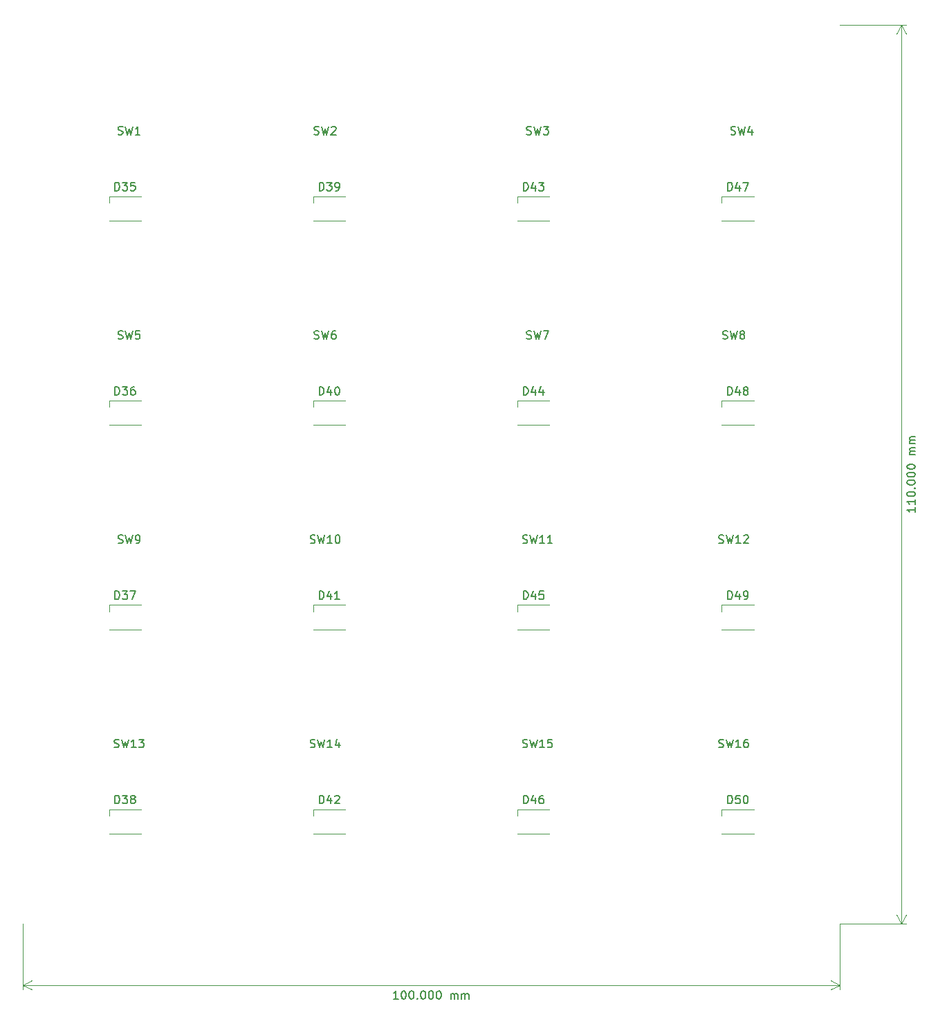
<source format=gbr>
G04 #@! TF.GenerationSoftware,KiCad,Pcbnew,(5.1.5)-3*
G04 #@! TF.CreationDate,2020-06-01T09:55:04+02:00*
G04 #@! TF.ProjectId,cz-badge-hardware,637a2d62-6164-4676-952d-686172647761,rev?*
G04 #@! TF.SameCoordinates,PX17d7840PY7735940*
G04 #@! TF.FileFunction,Legend,Top*
G04 #@! TF.FilePolarity,Positive*
%FSLAX46Y46*%
G04 Gerber Fmt 4.6, Leading zero omitted, Abs format (unit mm)*
G04 Created by KiCad (PCBNEW (5.1.5)-3) date 2020-06-01 09:55:04*
%MOMM*%
%LPD*%
G04 APERTURE LIST*
%ADD10C,0.150000*%
%ADD11C,0.120000*%
%ADD12C,0.010000*%
%ADD13C,0.100000*%
%ADD14C,2.000000*%
%ADD15C,1.092600*%
%ADD16C,1.626000*%
%ADD17C,1.102000*%
%ADD18R,1.102000X0.902000*%
%ADD19C,0.752000*%
G04 APERTURE END LIST*
D10*
X109222380Y50952381D02*
X109222380Y50380953D01*
X109222380Y50666667D02*
X108222380Y50666667D01*
X108365238Y50571429D01*
X108460476Y50476191D01*
X108508095Y50380953D01*
X109222380Y51904762D02*
X109222380Y51333334D01*
X109222380Y51619048D02*
X108222380Y51619048D01*
X108365238Y51523810D01*
X108460476Y51428572D01*
X108508095Y51333334D01*
X108222380Y52523810D02*
X108222380Y52619048D01*
X108270000Y52714286D01*
X108317619Y52761905D01*
X108412857Y52809524D01*
X108603333Y52857143D01*
X108841428Y52857143D01*
X109031904Y52809524D01*
X109127142Y52761905D01*
X109174761Y52714286D01*
X109222380Y52619048D01*
X109222380Y52523810D01*
X109174761Y52428572D01*
X109127142Y52380953D01*
X109031904Y52333334D01*
X108841428Y52285715D01*
X108603333Y52285715D01*
X108412857Y52333334D01*
X108317619Y52380953D01*
X108270000Y52428572D01*
X108222380Y52523810D01*
X109127142Y53285715D02*
X109174761Y53333334D01*
X109222380Y53285715D01*
X109174761Y53238096D01*
X109127142Y53285715D01*
X109222380Y53285715D01*
X108222380Y53952381D02*
X108222380Y54047620D01*
X108270000Y54142858D01*
X108317619Y54190477D01*
X108412857Y54238096D01*
X108603333Y54285715D01*
X108841428Y54285715D01*
X109031904Y54238096D01*
X109127142Y54190477D01*
X109174761Y54142858D01*
X109222380Y54047620D01*
X109222380Y53952381D01*
X109174761Y53857143D01*
X109127142Y53809524D01*
X109031904Y53761905D01*
X108841428Y53714286D01*
X108603333Y53714286D01*
X108412857Y53761905D01*
X108317619Y53809524D01*
X108270000Y53857143D01*
X108222380Y53952381D01*
X108222380Y54904762D02*
X108222380Y55000000D01*
X108270000Y55095239D01*
X108317619Y55142858D01*
X108412857Y55190477D01*
X108603333Y55238096D01*
X108841428Y55238096D01*
X109031904Y55190477D01*
X109127142Y55142858D01*
X109174761Y55095239D01*
X109222380Y55000000D01*
X109222380Y54904762D01*
X109174761Y54809524D01*
X109127142Y54761905D01*
X109031904Y54714286D01*
X108841428Y54666667D01*
X108603333Y54666667D01*
X108412857Y54714286D01*
X108317619Y54761905D01*
X108270000Y54809524D01*
X108222380Y54904762D01*
X108222380Y55857143D02*
X108222380Y55952381D01*
X108270000Y56047620D01*
X108317619Y56095239D01*
X108412857Y56142858D01*
X108603333Y56190477D01*
X108841428Y56190477D01*
X109031904Y56142858D01*
X109127142Y56095239D01*
X109174761Y56047620D01*
X109222380Y55952381D01*
X109222380Y55857143D01*
X109174761Y55761905D01*
X109127142Y55714286D01*
X109031904Y55666667D01*
X108841428Y55619048D01*
X108603333Y55619048D01*
X108412857Y55666667D01*
X108317619Y55714286D01*
X108270000Y55761905D01*
X108222380Y55857143D01*
X109222380Y57380953D02*
X108555714Y57380953D01*
X108650952Y57380953D02*
X108603333Y57428572D01*
X108555714Y57523810D01*
X108555714Y57666667D01*
X108603333Y57761905D01*
X108698571Y57809524D01*
X109222380Y57809524D01*
X108698571Y57809524D02*
X108603333Y57857143D01*
X108555714Y57952381D01*
X108555714Y58095239D01*
X108603333Y58190477D01*
X108698571Y58238096D01*
X109222380Y58238096D01*
X109222380Y58714286D02*
X108555714Y58714286D01*
X108650952Y58714286D02*
X108603333Y58761905D01*
X108555714Y58857143D01*
X108555714Y59000000D01*
X108603333Y59095239D01*
X108698571Y59142858D01*
X109222380Y59142858D01*
X108698571Y59142858D02*
X108603333Y59190477D01*
X108555714Y59285715D01*
X108555714Y59428572D01*
X108603333Y59523810D01*
X108698571Y59571429D01*
X109222380Y59571429D01*
D11*
X107500000Y0D02*
X107500000Y110000000D01*
X100000000Y0D02*
X108086421Y0D01*
X100000000Y110000000D02*
X108086421Y110000000D01*
X107500000Y110000000D02*
X108086421Y108873496D01*
X107500000Y110000000D02*
X106913579Y108873496D01*
X107500000Y0D02*
X108086421Y1126504D01*
X107500000Y0D02*
X106913579Y1126504D01*
D10*
X45952380Y-9222380D02*
X45380952Y-9222380D01*
X45666666Y-9222380D02*
X45666666Y-8222380D01*
X45571428Y-8365238D01*
X45476190Y-8460476D01*
X45380952Y-8508095D01*
X46571428Y-8222380D02*
X46666666Y-8222380D01*
X46761904Y-8270000D01*
X46809523Y-8317619D01*
X46857142Y-8412857D01*
X46904761Y-8603333D01*
X46904761Y-8841428D01*
X46857142Y-9031904D01*
X46809523Y-9127142D01*
X46761904Y-9174761D01*
X46666666Y-9222380D01*
X46571428Y-9222380D01*
X46476190Y-9174761D01*
X46428571Y-9127142D01*
X46380952Y-9031904D01*
X46333333Y-8841428D01*
X46333333Y-8603333D01*
X46380952Y-8412857D01*
X46428571Y-8317619D01*
X46476190Y-8270000D01*
X46571428Y-8222380D01*
X47523809Y-8222380D02*
X47619047Y-8222380D01*
X47714285Y-8270000D01*
X47761904Y-8317619D01*
X47809523Y-8412857D01*
X47857142Y-8603333D01*
X47857142Y-8841428D01*
X47809523Y-9031904D01*
X47761904Y-9127142D01*
X47714285Y-9174761D01*
X47619047Y-9222380D01*
X47523809Y-9222380D01*
X47428571Y-9174761D01*
X47380952Y-9127142D01*
X47333333Y-9031904D01*
X47285714Y-8841428D01*
X47285714Y-8603333D01*
X47333333Y-8412857D01*
X47380952Y-8317619D01*
X47428571Y-8270000D01*
X47523809Y-8222380D01*
X48285714Y-9127142D02*
X48333333Y-9174761D01*
X48285714Y-9222380D01*
X48238095Y-9174761D01*
X48285714Y-9127142D01*
X48285714Y-9222380D01*
X48952380Y-8222380D02*
X49047619Y-8222380D01*
X49142857Y-8270000D01*
X49190476Y-8317619D01*
X49238095Y-8412857D01*
X49285714Y-8603333D01*
X49285714Y-8841428D01*
X49238095Y-9031904D01*
X49190476Y-9127142D01*
X49142857Y-9174761D01*
X49047619Y-9222380D01*
X48952380Y-9222380D01*
X48857142Y-9174761D01*
X48809523Y-9127142D01*
X48761904Y-9031904D01*
X48714285Y-8841428D01*
X48714285Y-8603333D01*
X48761904Y-8412857D01*
X48809523Y-8317619D01*
X48857142Y-8270000D01*
X48952380Y-8222380D01*
X49904761Y-8222380D02*
X50000000Y-8222380D01*
X50095238Y-8270000D01*
X50142857Y-8317619D01*
X50190476Y-8412857D01*
X50238095Y-8603333D01*
X50238095Y-8841428D01*
X50190476Y-9031904D01*
X50142857Y-9127142D01*
X50095238Y-9174761D01*
X50000000Y-9222380D01*
X49904761Y-9222380D01*
X49809523Y-9174761D01*
X49761904Y-9127142D01*
X49714285Y-9031904D01*
X49666666Y-8841428D01*
X49666666Y-8603333D01*
X49714285Y-8412857D01*
X49761904Y-8317619D01*
X49809523Y-8270000D01*
X49904761Y-8222380D01*
X50857142Y-8222380D02*
X50952380Y-8222380D01*
X51047619Y-8270000D01*
X51095238Y-8317619D01*
X51142857Y-8412857D01*
X51190476Y-8603333D01*
X51190476Y-8841428D01*
X51142857Y-9031904D01*
X51095238Y-9127142D01*
X51047619Y-9174761D01*
X50952380Y-9222380D01*
X50857142Y-9222380D01*
X50761904Y-9174761D01*
X50714285Y-9127142D01*
X50666666Y-9031904D01*
X50619047Y-8841428D01*
X50619047Y-8603333D01*
X50666666Y-8412857D01*
X50714285Y-8317619D01*
X50761904Y-8270000D01*
X50857142Y-8222380D01*
X52380952Y-9222380D02*
X52380952Y-8555714D01*
X52380952Y-8650952D02*
X52428571Y-8603333D01*
X52523809Y-8555714D01*
X52666666Y-8555714D01*
X52761904Y-8603333D01*
X52809523Y-8698571D01*
X52809523Y-9222380D01*
X52809523Y-8698571D02*
X52857142Y-8603333D01*
X52952380Y-8555714D01*
X53095238Y-8555714D01*
X53190476Y-8603333D01*
X53238095Y-8698571D01*
X53238095Y-9222380D01*
X53714285Y-9222380D02*
X53714285Y-8555714D01*
X53714285Y-8650952D02*
X53761904Y-8603333D01*
X53857142Y-8555714D01*
X54000000Y-8555714D01*
X54095238Y-8603333D01*
X54142857Y-8698571D01*
X54142857Y-9222380D01*
X54142857Y-8698571D02*
X54190476Y-8603333D01*
X54285714Y-8555714D01*
X54428571Y-8555714D01*
X54523809Y-8603333D01*
X54571428Y-8698571D01*
X54571428Y-9222380D01*
D11*
X0Y-7500000D02*
X100000000Y-7500000D01*
X0Y0D02*
X0Y-8086421D01*
X100000000Y0D02*
X100000000Y-8086421D01*
X100000000Y-7500000D02*
X98873496Y-8086421D01*
X100000000Y-7500000D02*
X98873496Y-6913579D01*
X0Y-7500000D02*
X1126504Y-8086421D01*
X0Y-7500000D02*
X1126504Y-6913579D01*
X85550000Y11000000D02*
X89450000Y11000000D01*
X85550000Y14000000D02*
X89450000Y14000000D01*
X85550000Y13200000D02*
X85550000Y14000000D01*
X85550000Y36000000D02*
X89450000Y36000000D01*
X85550000Y39000000D02*
X89450000Y39000000D01*
X85550000Y38200000D02*
X85550000Y39000000D01*
X85550000Y61000000D02*
X89450000Y61000000D01*
X85550000Y64000000D02*
X89450000Y64000000D01*
X85550000Y63200000D02*
X85550000Y64000000D01*
X85550000Y86000000D02*
X89450000Y86000000D01*
X85550000Y89000000D02*
X89450000Y89000000D01*
X85550000Y88200000D02*
X85550000Y89000000D01*
X60550000Y11000000D02*
X64450000Y11000000D01*
X60550000Y14000000D02*
X64450000Y14000000D01*
X60550000Y13200000D02*
X60550000Y14000000D01*
X60550000Y36000000D02*
X64450000Y36000000D01*
X60550000Y39000000D02*
X64450000Y39000000D01*
X60550000Y38200000D02*
X60550000Y39000000D01*
X60550000Y61000000D02*
X64450000Y61000000D01*
X60550000Y64000000D02*
X64450000Y64000000D01*
X60550000Y63200000D02*
X60550000Y64000000D01*
X60550000Y86000000D02*
X64450000Y86000000D01*
X60550000Y89000000D02*
X64450000Y89000000D01*
X60550000Y88200000D02*
X60550000Y89000000D01*
X35550000Y11000000D02*
X39450000Y11000000D01*
X35550000Y14000000D02*
X39450000Y14000000D01*
X35550000Y13200000D02*
X35550000Y14000000D01*
X35550000Y36000000D02*
X39450000Y36000000D01*
X35550000Y39000000D02*
X39450000Y39000000D01*
X35550000Y38200000D02*
X35550000Y39000000D01*
X35550000Y61000000D02*
X39450000Y61000000D01*
X35550000Y64000000D02*
X39450000Y64000000D01*
X35550000Y63200000D02*
X35550000Y64000000D01*
X35550000Y86000000D02*
X39450000Y86000000D01*
X35550000Y89000000D02*
X39450000Y89000000D01*
X35550000Y88200000D02*
X35550000Y89000000D01*
X10550000Y11000000D02*
X14450000Y11000000D01*
X10550000Y14000000D02*
X14450000Y14000000D01*
X10550000Y13200000D02*
X10550000Y14000000D01*
X10550000Y36000000D02*
X14450000Y36000000D01*
X10550000Y39000000D02*
X14450000Y39000000D01*
X10550000Y38200000D02*
X10550000Y39000000D01*
X10550000Y61000000D02*
X14450000Y61000000D01*
X10550000Y64000000D02*
X14450000Y64000000D01*
X10550000Y63200000D02*
X10550000Y64000000D01*
X10550000Y86000000D02*
X14450000Y86000000D01*
X10550000Y89000000D02*
X14450000Y89000000D01*
X10550000Y88200000D02*
X10550000Y89000000D01*
D10*
X61190476Y46595239D02*
X61333333Y46547620D01*
X61571428Y46547620D01*
X61666666Y46595239D01*
X61714285Y46642858D01*
X61761904Y46738096D01*
X61761904Y46833334D01*
X61714285Y46928572D01*
X61666666Y46976191D01*
X61571428Y47023810D01*
X61380952Y47071429D01*
X61285714Y47119048D01*
X61238095Y47166667D01*
X61190476Y47261905D01*
X61190476Y47357143D01*
X61238095Y47452381D01*
X61285714Y47500000D01*
X61380952Y47547620D01*
X61619047Y47547620D01*
X61761904Y47500000D01*
X62095238Y47547620D02*
X62333333Y46547620D01*
X62523809Y47261905D01*
X62714285Y46547620D01*
X62952380Y47547620D01*
X63857142Y46547620D02*
X63285714Y46547620D01*
X63571428Y46547620D02*
X63571428Y47547620D01*
X63476190Y47404762D01*
X63380952Y47309524D01*
X63285714Y47261905D01*
X64809523Y46547620D02*
X64238095Y46547620D01*
X64523809Y46547620D02*
X64523809Y47547620D01*
X64428571Y47404762D01*
X64333333Y47309524D01*
X64238095Y47261905D01*
X86666666Y96595239D02*
X86809523Y96547620D01*
X87047619Y96547620D01*
X87142857Y96595239D01*
X87190476Y96642858D01*
X87238095Y96738096D01*
X87238095Y96833334D01*
X87190476Y96928572D01*
X87142857Y96976191D01*
X87047619Y97023810D01*
X86857142Y97071429D01*
X86761904Y97119048D01*
X86714285Y97166667D01*
X86666666Y97261905D01*
X86666666Y97357143D01*
X86714285Y97452381D01*
X86761904Y97500000D01*
X86857142Y97547620D01*
X87095238Y97547620D01*
X87238095Y97500000D01*
X87571428Y97547620D02*
X87809523Y96547620D01*
X88000000Y97261905D01*
X88190476Y96547620D01*
X88428571Y97547620D01*
X89238095Y97214286D02*
X89238095Y96547620D01*
X89000000Y97595239D02*
X88761904Y96880953D01*
X89380952Y96880953D01*
X61666666Y96595239D02*
X61809523Y96547620D01*
X62047619Y96547620D01*
X62142857Y96595239D01*
X62190476Y96642858D01*
X62238095Y96738096D01*
X62238095Y96833334D01*
X62190476Y96928572D01*
X62142857Y96976191D01*
X62047619Y97023810D01*
X61857142Y97071429D01*
X61761904Y97119048D01*
X61714285Y97166667D01*
X61666666Y97261905D01*
X61666666Y97357143D01*
X61714285Y97452381D01*
X61761904Y97500000D01*
X61857142Y97547620D01*
X62095238Y97547620D01*
X62238095Y97500000D01*
X62571428Y97547620D02*
X62809523Y96547620D01*
X63000000Y97261905D01*
X63190476Y96547620D01*
X63428571Y97547620D01*
X63714285Y97547620D02*
X64333333Y97547620D01*
X64000000Y97166667D01*
X64142857Y97166667D01*
X64238095Y97119048D01*
X64285714Y97071429D01*
X64333333Y96976191D01*
X64333333Y96738096D01*
X64285714Y96642858D01*
X64238095Y96595239D01*
X64142857Y96547620D01*
X63857142Y96547620D01*
X63761904Y96595239D01*
X63714285Y96642858D01*
X35666666Y71595239D02*
X35809523Y71547620D01*
X36047619Y71547620D01*
X36142857Y71595239D01*
X36190476Y71642858D01*
X36238095Y71738096D01*
X36238095Y71833334D01*
X36190476Y71928572D01*
X36142857Y71976191D01*
X36047619Y72023810D01*
X35857142Y72071429D01*
X35761904Y72119048D01*
X35714285Y72166667D01*
X35666666Y72261905D01*
X35666666Y72357143D01*
X35714285Y72452381D01*
X35761904Y72500000D01*
X35857142Y72547620D01*
X36095238Y72547620D01*
X36238095Y72500000D01*
X36571428Y72547620D02*
X36809523Y71547620D01*
X37000000Y72261905D01*
X37190476Y71547620D01*
X37428571Y72547620D01*
X38238095Y72547620D02*
X38047619Y72547620D01*
X37952380Y72500000D01*
X37904761Y72452381D01*
X37809523Y72309524D01*
X37761904Y72119048D01*
X37761904Y71738096D01*
X37809523Y71642858D01*
X37857142Y71595239D01*
X37952380Y71547620D01*
X38142857Y71547620D01*
X38238095Y71595239D01*
X38285714Y71642858D01*
X38333333Y71738096D01*
X38333333Y71976191D01*
X38285714Y72071429D01*
X38238095Y72119048D01*
X38142857Y72166667D01*
X37952380Y72166667D01*
X37857142Y72119048D01*
X37809523Y72071429D01*
X37761904Y71976191D01*
X85190476Y21595239D02*
X85333333Y21547620D01*
X85571428Y21547620D01*
X85666666Y21595239D01*
X85714285Y21642858D01*
X85761904Y21738096D01*
X85761904Y21833334D01*
X85714285Y21928572D01*
X85666666Y21976191D01*
X85571428Y22023810D01*
X85380952Y22071429D01*
X85285714Y22119048D01*
X85238095Y22166667D01*
X85190476Y22261905D01*
X85190476Y22357143D01*
X85238095Y22452381D01*
X85285714Y22500000D01*
X85380952Y22547620D01*
X85619047Y22547620D01*
X85761904Y22500000D01*
X86095238Y22547620D02*
X86333333Y21547620D01*
X86523809Y22261905D01*
X86714285Y21547620D01*
X86952380Y22547620D01*
X87857142Y21547620D02*
X87285714Y21547620D01*
X87571428Y21547620D02*
X87571428Y22547620D01*
X87476190Y22404762D01*
X87380952Y22309524D01*
X87285714Y22261905D01*
X88714285Y22547620D02*
X88523809Y22547620D01*
X88428571Y22500000D01*
X88380952Y22452381D01*
X88285714Y22309524D01*
X88238095Y22119048D01*
X88238095Y21738096D01*
X88285714Y21642858D01*
X88333333Y21595239D01*
X88428571Y21547620D01*
X88619047Y21547620D01*
X88714285Y21595239D01*
X88761904Y21642858D01*
X88809523Y21738096D01*
X88809523Y21976191D01*
X88761904Y22071429D01*
X88714285Y22119048D01*
X88619047Y22166667D01*
X88428571Y22166667D01*
X88333333Y22119048D01*
X88285714Y22071429D01*
X88238095Y21976191D01*
X35190476Y21595239D02*
X35333333Y21547620D01*
X35571428Y21547620D01*
X35666666Y21595239D01*
X35714285Y21642858D01*
X35761904Y21738096D01*
X35761904Y21833334D01*
X35714285Y21928572D01*
X35666666Y21976191D01*
X35571428Y22023810D01*
X35380952Y22071429D01*
X35285714Y22119048D01*
X35238095Y22166667D01*
X35190476Y22261905D01*
X35190476Y22357143D01*
X35238095Y22452381D01*
X35285714Y22500000D01*
X35380952Y22547620D01*
X35619047Y22547620D01*
X35761904Y22500000D01*
X36095238Y22547620D02*
X36333333Y21547620D01*
X36523809Y22261905D01*
X36714285Y21547620D01*
X36952380Y22547620D01*
X37857142Y21547620D02*
X37285714Y21547620D01*
X37571428Y21547620D02*
X37571428Y22547620D01*
X37476190Y22404762D01*
X37380952Y22309524D01*
X37285714Y22261905D01*
X38714285Y22214286D02*
X38714285Y21547620D01*
X38476190Y22595239D02*
X38238095Y21880953D01*
X38857142Y21880953D01*
X85190476Y46595239D02*
X85333333Y46547620D01*
X85571428Y46547620D01*
X85666666Y46595239D01*
X85714285Y46642858D01*
X85761904Y46738096D01*
X85761904Y46833334D01*
X85714285Y46928572D01*
X85666666Y46976191D01*
X85571428Y47023810D01*
X85380952Y47071429D01*
X85285714Y47119048D01*
X85238095Y47166667D01*
X85190476Y47261905D01*
X85190476Y47357143D01*
X85238095Y47452381D01*
X85285714Y47500000D01*
X85380952Y47547620D01*
X85619047Y47547620D01*
X85761904Y47500000D01*
X86095238Y47547620D02*
X86333333Y46547620D01*
X86523809Y47261905D01*
X86714285Y46547620D01*
X86952380Y47547620D01*
X87857142Y46547620D02*
X87285714Y46547620D01*
X87571428Y46547620D02*
X87571428Y47547620D01*
X87476190Y47404762D01*
X87380952Y47309524D01*
X87285714Y47261905D01*
X88238095Y47452381D02*
X88285714Y47500000D01*
X88380952Y47547620D01*
X88619047Y47547620D01*
X88714285Y47500000D01*
X88761904Y47452381D01*
X88809523Y47357143D01*
X88809523Y47261905D01*
X88761904Y47119048D01*
X88190476Y46547620D01*
X88809523Y46547620D01*
X35190476Y46595239D02*
X35333333Y46547620D01*
X35571428Y46547620D01*
X35666666Y46595239D01*
X35714285Y46642858D01*
X35761904Y46738096D01*
X35761904Y46833334D01*
X35714285Y46928572D01*
X35666666Y46976191D01*
X35571428Y47023810D01*
X35380952Y47071429D01*
X35285714Y47119048D01*
X35238095Y47166667D01*
X35190476Y47261905D01*
X35190476Y47357143D01*
X35238095Y47452381D01*
X35285714Y47500000D01*
X35380952Y47547620D01*
X35619047Y47547620D01*
X35761904Y47500000D01*
X36095238Y47547620D02*
X36333333Y46547620D01*
X36523809Y47261905D01*
X36714285Y46547620D01*
X36952380Y47547620D01*
X37857142Y46547620D02*
X37285714Y46547620D01*
X37571428Y46547620D02*
X37571428Y47547620D01*
X37476190Y47404762D01*
X37380952Y47309524D01*
X37285714Y47261905D01*
X38476190Y47547620D02*
X38571428Y47547620D01*
X38666666Y47500000D01*
X38714285Y47452381D01*
X38761904Y47357143D01*
X38809523Y47166667D01*
X38809523Y46928572D01*
X38761904Y46738096D01*
X38714285Y46642858D01*
X38666666Y46595239D01*
X38571428Y46547620D01*
X38476190Y46547620D01*
X38380952Y46595239D01*
X38333333Y46642858D01*
X38285714Y46738096D01*
X38238095Y46928572D01*
X38238095Y47166667D01*
X38285714Y47357143D01*
X38333333Y47452381D01*
X38380952Y47500000D01*
X38476190Y47547620D01*
X85666666Y71595239D02*
X85809523Y71547620D01*
X86047619Y71547620D01*
X86142857Y71595239D01*
X86190476Y71642858D01*
X86238095Y71738096D01*
X86238095Y71833334D01*
X86190476Y71928572D01*
X86142857Y71976191D01*
X86047619Y72023810D01*
X85857142Y72071429D01*
X85761904Y72119048D01*
X85714285Y72166667D01*
X85666666Y72261905D01*
X85666666Y72357143D01*
X85714285Y72452381D01*
X85761904Y72500000D01*
X85857142Y72547620D01*
X86095238Y72547620D01*
X86238095Y72500000D01*
X86571428Y72547620D02*
X86809523Y71547620D01*
X87000000Y72261905D01*
X87190476Y71547620D01*
X87428571Y72547620D01*
X87952380Y72119048D02*
X87857142Y72166667D01*
X87809523Y72214286D01*
X87761904Y72309524D01*
X87761904Y72357143D01*
X87809523Y72452381D01*
X87857142Y72500000D01*
X87952380Y72547620D01*
X88142857Y72547620D01*
X88238095Y72500000D01*
X88285714Y72452381D01*
X88333333Y72357143D01*
X88333333Y72309524D01*
X88285714Y72214286D01*
X88238095Y72166667D01*
X88142857Y72119048D01*
X87952380Y72119048D01*
X87857142Y72071429D01*
X87809523Y72023810D01*
X87761904Y71928572D01*
X87761904Y71738096D01*
X87809523Y71642858D01*
X87857142Y71595239D01*
X87952380Y71547620D01*
X88142857Y71547620D01*
X88238095Y71595239D01*
X88285714Y71642858D01*
X88333333Y71738096D01*
X88333333Y71928572D01*
X88285714Y72023810D01*
X88238095Y72071429D01*
X88142857Y72119048D01*
X35666666Y96595239D02*
X35809523Y96547620D01*
X36047619Y96547620D01*
X36142857Y96595239D01*
X36190476Y96642858D01*
X36238095Y96738096D01*
X36238095Y96833334D01*
X36190476Y96928572D01*
X36142857Y96976191D01*
X36047619Y97023810D01*
X35857142Y97071429D01*
X35761904Y97119048D01*
X35714285Y97166667D01*
X35666666Y97261905D01*
X35666666Y97357143D01*
X35714285Y97452381D01*
X35761904Y97500000D01*
X35857142Y97547620D01*
X36095238Y97547620D01*
X36238095Y97500000D01*
X36571428Y97547620D02*
X36809523Y96547620D01*
X37000000Y97261905D01*
X37190476Y96547620D01*
X37428571Y97547620D01*
X37761904Y97452381D02*
X37809523Y97500000D01*
X37904761Y97547620D01*
X38142857Y97547620D01*
X38238095Y97500000D01*
X38285714Y97452381D01*
X38333333Y97357143D01*
X38333333Y97261905D01*
X38285714Y97119048D01*
X37714285Y96547620D01*
X38333333Y96547620D01*
X86285714Y14697620D02*
X86285714Y15697620D01*
X86523809Y15697620D01*
X86666666Y15650000D01*
X86761904Y15554762D01*
X86809523Y15459524D01*
X86857142Y15269048D01*
X86857142Y15126191D01*
X86809523Y14935715D01*
X86761904Y14840477D01*
X86666666Y14745239D01*
X86523809Y14697620D01*
X86285714Y14697620D01*
X87761904Y15697620D02*
X87285714Y15697620D01*
X87238095Y15221429D01*
X87285714Y15269048D01*
X87380952Y15316667D01*
X87619047Y15316667D01*
X87714285Y15269048D01*
X87761904Y15221429D01*
X87809523Y15126191D01*
X87809523Y14888096D01*
X87761904Y14792858D01*
X87714285Y14745239D01*
X87619047Y14697620D01*
X87380952Y14697620D01*
X87285714Y14745239D01*
X87238095Y14792858D01*
X88428571Y15697620D02*
X88523809Y15697620D01*
X88619047Y15650000D01*
X88666666Y15602381D01*
X88714285Y15507143D01*
X88761904Y15316667D01*
X88761904Y15078572D01*
X88714285Y14888096D01*
X88666666Y14792858D01*
X88619047Y14745239D01*
X88523809Y14697620D01*
X88428571Y14697620D01*
X88333333Y14745239D01*
X88285714Y14792858D01*
X88238095Y14888096D01*
X88190476Y15078572D01*
X88190476Y15316667D01*
X88238095Y15507143D01*
X88285714Y15602381D01*
X88333333Y15650000D01*
X88428571Y15697620D01*
X86285714Y39697620D02*
X86285714Y40697620D01*
X86523809Y40697620D01*
X86666666Y40650000D01*
X86761904Y40554762D01*
X86809523Y40459524D01*
X86857142Y40269048D01*
X86857142Y40126191D01*
X86809523Y39935715D01*
X86761904Y39840477D01*
X86666666Y39745239D01*
X86523809Y39697620D01*
X86285714Y39697620D01*
X87714285Y40364286D02*
X87714285Y39697620D01*
X87476190Y40745239D02*
X87238095Y40030953D01*
X87857142Y40030953D01*
X88285714Y39697620D02*
X88476190Y39697620D01*
X88571428Y39745239D01*
X88619047Y39792858D01*
X88714285Y39935715D01*
X88761904Y40126191D01*
X88761904Y40507143D01*
X88714285Y40602381D01*
X88666666Y40650000D01*
X88571428Y40697620D01*
X88380952Y40697620D01*
X88285714Y40650000D01*
X88238095Y40602381D01*
X88190476Y40507143D01*
X88190476Y40269048D01*
X88238095Y40173810D01*
X88285714Y40126191D01*
X88380952Y40078572D01*
X88571428Y40078572D01*
X88666666Y40126191D01*
X88714285Y40173810D01*
X88761904Y40269048D01*
X86285714Y64697620D02*
X86285714Y65697620D01*
X86523809Y65697620D01*
X86666666Y65650000D01*
X86761904Y65554762D01*
X86809523Y65459524D01*
X86857142Y65269048D01*
X86857142Y65126191D01*
X86809523Y64935715D01*
X86761904Y64840477D01*
X86666666Y64745239D01*
X86523809Y64697620D01*
X86285714Y64697620D01*
X87714285Y65364286D02*
X87714285Y64697620D01*
X87476190Y65745239D02*
X87238095Y65030953D01*
X87857142Y65030953D01*
X88380952Y65269048D02*
X88285714Y65316667D01*
X88238095Y65364286D01*
X88190476Y65459524D01*
X88190476Y65507143D01*
X88238095Y65602381D01*
X88285714Y65650000D01*
X88380952Y65697620D01*
X88571428Y65697620D01*
X88666666Y65650000D01*
X88714285Y65602381D01*
X88761904Y65507143D01*
X88761904Y65459524D01*
X88714285Y65364286D01*
X88666666Y65316667D01*
X88571428Y65269048D01*
X88380952Y65269048D01*
X88285714Y65221429D01*
X88238095Y65173810D01*
X88190476Y65078572D01*
X88190476Y64888096D01*
X88238095Y64792858D01*
X88285714Y64745239D01*
X88380952Y64697620D01*
X88571428Y64697620D01*
X88666666Y64745239D01*
X88714285Y64792858D01*
X88761904Y64888096D01*
X88761904Y65078572D01*
X88714285Y65173810D01*
X88666666Y65221429D01*
X88571428Y65269048D01*
X86285714Y89697620D02*
X86285714Y90697620D01*
X86523809Y90697620D01*
X86666666Y90650000D01*
X86761904Y90554762D01*
X86809523Y90459524D01*
X86857142Y90269048D01*
X86857142Y90126191D01*
X86809523Y89935715D01*
X86761904Y89840477D01*
X86666666Y89745239D01*
X86523809Y89697620D01*
X86285714Y89697620D01*
X87714285Y90364286D02*
X87714285Y89697620D01*
X87476190Y90745239D02*
X87238095Y90030953D01*
X87857142Y90030953D01*
X88142857Y90697620D02*
X88809523Y90697620D01*
X88380952Y89697620D01*
X61285714Y14697620D02*
X61285714Y15697620D01*
X61523809Y15697620D01*
X61666666Y15650000D01*
X61761904Y15554762D01*
X61809523Y15459524D01*
X61857142Y15269048D01*
X61857142Y15126191D01*
X61809523Y14935715D01*
X61761904Y14840477D01*
X61666666Y14745239D01*
X61523809Y14697620D01*
X61285714Y14697620D01*
X62714285Y15364286D02*
X62714285Y14697620D01*
X62476190Y15745239D02*
X62238095Y15030953D01*
X62857142Y15030953D01*
X63666666Y15697620D02*
X63476190Y15697620D01*
X63380952Y15650000D01*
X63333333Y15602381D01*
X63238095Y15459524D01*
X63190476Y15269048D01*
X63190476Y14888096D01*
X63238095Y14792858D01*
X63285714Y14745239D01*
X63380952Y14697620D01*
X63571428Y14697620D01*
X63666666Y14745239D01*
X63714285Y14792858D01*
X63761904Y14888096D01*
X63761904Y15126191D01*
X63714285Y15221429D01*
X63666666Y15269048D01*
X63571428Y15316667D01*
X63380952Y15316667D01*
X63285714Y15269048D01*
X63238095Y15221429D01*
X63190476Y15126191D01*
X61285714Y39697620D02*
X61285714Y40697620D01*
X61523809Y40697620D01*
X61666666Y40650000D01*
X61761904Y40554762D01*
X61809523Y40459524D01*
X61857142Y40269048D01*
X61857142Y40126191D01*
X61809523Y39935715D01*
X61761904Y39840477D01*
X61666666Y39745239D01*
X61523809Y39697620D01*
X61285714Y39697620D01*
X62714285Y40364286D02*
X62714285Y39697620D01*
X62476190Y40745239D02*
X62238095Y40030953D01*
X62857142Y40030953D01*
X63714285Y40697620D02*
X63238095Y40697620D01*
X63190476Y40221429D01*
X63238095Y40269048D01*
X63333333Y40316667D01*
X63571428Y40316667D01*
X63666666Y40269048D01*
X63714285Y40221429D01*
X63761904Y40126191D01*
X63761904Y39888096D01*
X63714285Y39792858D01*
X63666666Y39745239D01*
X63571428Y39697620D01*
X63333333Y39697620D01*
X63238095Y39745239D01*
X63190476Y39792858D01*
X61285714Y64697620D02*
X61285714Y65697620D01*
X61523809Y65697620D01*
X61666666Y65650000D01*
X61761904Y65554762D01*
X61809523Y65459524D01*
X61857142Y65269048D01*
X61857142Y65126191D01*
X61809523Y64935715D01*
X61761904Y64840477D01*
X61666666Y64745239D01*
X61523809Y64697620D01*
X61285714Y64697620D01*
X62714285Y65364286D02*
X62714285Y64697620D01*
X62476190Y65745239D02*
X62238095Y65030953D01*
X62857142Y65030953D01*
X63666666Y65364286D02*
X63666666Y64697620D01*
X63428571Y65745239D02*
X63190476Y65030953D01*
X63809523Y65030953D01*
X61285714Y89697620D02*
X61285714Y90697620D01*
X61523809Y90697620D01*
X61666666Y90650000D01*
X61761904Y90554762D01*
X61809523Y90459524D01*
X61857142Y90269048D01*
X61857142Y90126191D01*
X61809523Y89935715D01*
X61761904Y89840477D01*
X61666666Y89745239D01*
X61523809Y89697620D01*
X61285714Y89697620D01*
X62714285Y90364286D02*
X62714285Y89697620D01*
X62476190Y90745239D02*
X62238095Y90030953D01*
X62857142Y90030953D01*
X63142857Y90697620D02*
X63761904Y90697620D01*
X63428571Y90316667D01*
X63571428Y90316667D01*
X63666666Y90269048D01*
X63714285Y90221429D01*
X63761904Y90126191D01*
X63761904Y89888096D01*
X63714285Y89792858D01*
X63666666Y89745239D01*
X63571428Y89697620D01*
X63285714Y89697620D01*
X63190476Y89745239D01*
X63142857Y89792858D01*
X36285714Y14697620D02*
X36285714Y15697620D01*
X36523809Y15697620D01*
X36666666Y15650000D01*
X36761904Y15554762D01*
X36809523Y15459524D01*
X36857142Y15269048D01*
X36857142Y15126191D01*
X36809523Y14935715D01*
X36761904Y14840477D01*
X36666666Y14745239D01*
X36523809Y14697620D01*
X36285714Y14697620D01*
X37714285Y15364286D02*
X37714285Y14697620D01*
X37476190Y15745239D02*
X37238095Y15030953D01*
X37857142Y15030953D01*
X38190476Y15602381D02*
X38238095Y15650000D01*
X38333333Y15697620D01*
X38571428Y15697620D01*
X38666666Y15650000D01*
X38714285Y15602381D01*
X38761904Y15507143D01*
X38761904Y15411905D01*
X38714285Y15269048D01*
X38142857Y14697620D01*
X38761904Y14697620D01*
X36285714Y39697620D02*
X36285714Y40697620D01*
X36523809Y40697620D01*
X36666666Y40650000D01*
X36761904Y40554762D01*
X36809523Y40459524D01*
X36857142Y40269048D01*
X36857142Y40126191D01*
X36809523Y39935715D01*
X36761904Y39840477D01*
X36666666Y39745239D01*
X36523809Y39697620D01*
X36285714Y39697620D01*
X37714285Y40364286D02*
X37714285Y39697620D01*
X37476190Y40745239D02*
X37238095Y40030953D01*
X37857142Y40030953D01*
X38761904Y39697620D02*
X38190476Y39697620D01*
X38476190Y39697620D02*
X38476190Y40697620D01*
X38380952Y40554762D01*
X38285714Y40459524D01*
X38190476Y40411905D01*
X36285714Y64697620D02*
X36285714Y65697620D01*
X36523809Y65697620D01*
X36666666Y65650000D01*
X36761904Y65554762D01*
X36809523Y65459524D01*
X36857142Y65269048D01*
X36857142Y65126191D01*
X36809523Y64935715D01*
X36761904Y64840477D01*
X36666666Y64745239D01*
X36523809Y64697620D01*
X36285714Y64697620D01*
X37714285Y65364286D02*
X37714285Y64697620D01*
X37476190Y65745239D02*
X37238095Y65030953D01*
X37857142Y65030953D01*
X38428571Y65697620D02*
X38523809Y65697620D01*
X38619047Y65650000D01*
X38666666Y65602381D01*
X38714285Y65507143D01*
X38761904Y65316667D01*
X38761904Y65078572D01*
X38714285Y64888096D01*
X38666666Y64792858D01*
X38619047Y64745239D01*
X38523809Y64697620D01*
X38428571Y64697620D01*
X38333333Y64745239D01*
X38285714Y64792858D01*
X38238095Y64888096D01*
X38190476Y65078572D01*
X38190476Y65316667D01*
X38238095Y65507143D01*
X38285714Y65602381D01*
X38333333Y65650000D01*
X38428571Y65697620D01*
X36285714Y89697620D02*
X36285714Y90697620D01*
X36523809Y90697620D01*
X36666666Y90650000D01*
X36761904Y90554762D01*
X36809523Y90459524D01*
X36857142Y90269048D01*
X36857142Y90126191D01*
X36809523Y89935715D01*
X36761904Y89840477D01*
X36666666Y89745239D01*
X36523809Y89697620D01*
X36285714Y89697620D01*
X37190476Y90697620D02*
X37809523Y90697620D01*
X37476190Y90316667D01*
X37619047Y90316667D01*
X37714285Y90269048D01*
X37761904Y90221429D01*
X37809523Y90126191D01*
X37809523Y89888096D01*
X37761904Y89792858D01*
X37714285Y89745239D01*
X37619047Y89697620D01*
X37333333Y89697620D01*
X37238095Y89745239D01*
X37190476Y89792858D01*
X38285714Y89697620D02*
X38476190Y89697620D01*
X38571428Y89745239D01*
X38619047Y89792858D01*
X38714285Y89935715D01*
X38761904Y90126191D01*
X38761904Y90507143D01*
X38714285Y90602381D01*
X38666666Y90650000D01*
X38571428Y90697620D01*
X38380952Y90697620D01*
X38285714Y90650000D01*
X38238095Y90602381D01*
X38190476Y90507143D01*
X38190476Y90269048D01*
X38238095Y90173810D01*
X38285714Y90126191D01*
X38380952Y90078572D01*
X38571428Y90078572D01*
X38666666Y90126191D01*
X38714285Y90173810D01*
X38761904Y90269048D01*
X11285714Y14697620D02*
X11285714Y15697620D01*
X11523809Y15697620D01*
X11666666Y15650000D01*
X11761904Y15554762D01*
X11809523Y15459524D01*
X11857142Y15269048D01*
X11857142Y15126191D01*
X11809523Y14935715D01*
X11761904Y14840477D01*
X11666666Y14745239D01*
X11523809Y14697620D01*
X11285714Y14697620D01*
X12190476Y15697620D02*
X12809523Y15697620D01*
X12476190Y15316667D01*
X12619047Y15316667D01*
X12714285Y15269048D01*
X12761904Y15221429D01*
X12809523Y15126191D01*
X12809523Y14888096D01*
X12761904Y14792858D01*
X12714285Y14745239D01*
X12619047Y14697620D01*
X12333333Y14697620D01*
X12238095Y14745239D01*
X12190476Y14792858D01*
X13380952Y15269048D02*
X13285714Y15316667D01*
X13238095Y15364286D01*
X13190476Y15459524D01*
X13190476Y15507143D01*
X13238095Y15602381D01*
X13285714Y15650000D01*
X13380952Y15697620D01*
X13571428Y15697620D01*
X13666666Y15650000D01*
X13714285Y15602381D01*
X13761904Y15507143D01*
X13761904Y15459524D01*
X13714285Y15364286D01*
X13666666Y15316667D01*
X13571428Y15269048D01*
X13380952Y15269048D01*
X13285714Y15221429D01*
X13238095Y15173810D01*
X13190476Y15078572D01*
X13190476Y14888096D01*
X13238095Y14792858D01*
X13285714Y14745239D01*
X13380952Y14697620D01*
X13571428Y14697620D01*
X13666666Y14745239D01*
X13714285Y14792858D01*
X13761904Y14888096D01*
X13761904Y15078572D01*
X13714285Y15173810D01*
X13666666Y15221429D01*
X13571428Y15269048D01*
X11285714Y39697620D02*
X11285714Y40697620D01*
X11523809Y40697620D01*
X11666666Y40650000D01*
X11761904Y40554762D01*
X11809523Y40459524D01*
X11857142Y40269048D01*
X11857142Y40126191D01*
X11809523Y39935715D01*
X11761904Y39840477D01*
X11666666Y39745239D01*
X11523809Y39697620D01*
X11285714Y39697620D01*
X12190476Y40697620D02*
X12809523Y40697620D01*
X12476190Y40316667D01*
X12619047Y40316667D01*
X12714285Y40269048D01*
X12761904Y40221429D01*
X12809523Y40126191D01*
X12809523Y39888096D01*
X12761904Y39792858D01*
X12714285Y39745239D01*
X12619047Y39697620D01*
X12333333Y39697620D01*
X12238095Y39745239D01*
X12190476Y39792858D01*
X13142857Y40697620D02*
X13809523Y40697620D01*
X13380952Y39697620D01*
X11285714Y64697620D02*
X11285714Y65697620D01*
X11523809Y65697620D01*
X11666666Y65650000D01*
X11761904Y65554762D01*
X11809523Y65459524D01*
X11857142Y65269048D01*
X11857142Y65126191D01*
X11809523Y64935715D01*
X11761904Y64840477D01*
X11666666Y64745239D01*
X11523809Y64697620D01*
X11285714Y64697620D01*
X12190476Y65697620D02*
X12809523Y65697620D01*
X12476190Y65316667D01*
X12619047Y65316667D01*
X12714285Y65269048D01*
X12761904Y65221429D01*
X12809523Y65126191D01*
X12809523Y64888096D01*
X12761904Y64792858D01*
X12714285Y64745239D01*
X12619047Y64697620D01*
X12333333Y64697620D01*
X12238095Y64745239D01*
X12190476Y64792858D01*
X13666666Y65697620D02*
X13476190Y65697620D01*
X13380952Y65650000D01*
X13333333Y65602381D01*
X13238095Y65459524D01*
X13190476Y65269048D01*
X13190476Y64888096D01*
X13238095Y64792858D01*
X13285714Y64745239D01*
X13380952Y64697620D01*
X13571428Y64697620D01*
X13666666Y64745239D01*
X13714285Y64792858D01*
X13761904Y64888096D01*
X13761904Y65126191D01*
X13714285Y65221429D01*
X13666666Y65269048D01*
X13571428Y65316667D01*
X13380952Y65316667D01*
X13285714Y65269048D01*
X13238095Y65221429D01*
X13190476Y65126191D01*
X11285714Y89697620D02*
X11285714Y90697620D01*
X11523809Y90697620D01*
X11666666Y90650000D01*
X11761904Y90554762D01*
X11809523Y90459524D01*
X11857142Y90269048D01*
X11857142Y90126191D01*
X11809523Y89935715D01*
X11761904Y89840477D01*
X11666666Y89745239D01*
X11523809Y89697620D01*
X11285714Y89697620D01*
X12190476Y90697620D02*
X12809523Y90697620D01*
X12476190Y90316667D01*
X12619047Y90316667D01*
X12714285Y90269048D01*
X12761904Y90221429D01*
X12809523Y90126191D01*
X12809523Y89888096D01*
X12761904Y89792858D01*
X12714285Y89745239D01*
X12619047Y89697620D01*
X12333333Y89697620D01*
X12238095Y89745239D01*
X12190476Y89792858D01*
X13714285Y90697620D02*
X13238095Y90697620D01*
X13190476Y90221429D01*
X13238095Y90269048D01*
X13333333Y90316667D01*
X13571428Y90316667D01*
X13666666Y90269048D01*
X13714285Y90221429D01*
X13761904Y90126191D01*
X13761904Y89888096D01*
X13714285Y89792858D01*
X13666666Y89745239D01*
X13571428Y89697620D01*
X13333333Y89697620D01*
X13238095Y89745239D01*
X13190476Y89792858D01*
X61190476Y21595239D02*
X61333333Y21547620D01*
X61571428Y21547620D01*
X61666666Y21595239D01*
X61714285Y21642858D01*
X61761904Y21738096D01*
X61761904Y21833334D01*
X61714285Y21928572D01*
X61666666Y21976191D01*
X61571428Y22023810D01*
X61380952Y22071429D01*
X61285714Y22119048D01*
X61238095Y22166667D01*
X61190476Y22261905D01*
X61190476Y22357143D01*
X61238095Y22452381D01*
X61285714Y22500000D01*
X61380952Y22547620D01*
X61619047Y22547620D01*
X61761904Y22500000D01*
X62095238Y22547620D02*
X62333333Y21547620D01*
X62523809Y22261905D01*
X62714285Y21547620D01*
X62952380Y22547620D01*
X63857142Y21547620D02*
X63285714Y21547620D01*
X63571428Y21547620D02*
X63571428Y22547620D01*
X63476190Y22404762D01*
X63380952Y22309524D01*
X63285714Y22261905D01*
X64761904Y22547620D02*
X64285714Y22547620D01*
X64238095Y22071429D01*
X64285714Y22119048D01*
X64380952Y22166667D01*
X64619047Y22166667D01*
X64714285Y22119048D01*
X64761904Y22071429D01*
X64809523Y21976191D01*
X64809523Y21738096D01*
X64761904Y21642858D01*
X64714285Y21595239D01*
X64619047Y21547620D01*
X64380952Y21547620D01*
X64285714Y21595239D01*
X64238095Y21642858D01*
X11190476Y21595239D02*
X11333333Y21547620D01*
X11571428Y21547620D01*
X11666666Y21595239D01*
X11714285Y21642858D01*
X11761904Y21738096D01*
X11761904Y21833334D01*
X11714285Y21928572D01*
X11666666Y21976191D01*
X11571428Y22023810D01*
X11380952Y22071429D01*
X11285714Y22119048D01*
X11238095Y22166667D01*
X11190476Y22261905D01*
X11190476Y22357143D01*
X11238095Y22452381D01*
X11285714Y22500000D01*
X11380952Y22547620D01*
X11619047Y22547620D01*
X11761904Y22500000D01*
X12095238Y22547620D02*
X12333333Y21547620D01*
X12523809Y22261905D01*
X12714285Y21547620D01*
X12952380Y22547620D01*
X13857142Y21547620D02*
X13285714Y21547620D01*
X13571428Y21547620D02*
X13571428Y22547620D01*
X13476190Y22404762D01*
X13380952Y22309524D01*
X13285714Y22261905D01*
X14190476Y22547620D02*
X14809523Y22547620D01*
X14476190Y22166667D01*
X14619047Y22166667D01*
X14714285Y22119048D01*
X14761904Y22071429D01*
X14809523Y21976191D01*
X14809523Y21738096D01*
X14761904Y21642858D01*
X14714285Y21595239D01*
X14619047Y21547620D01*
X14333333Y21547620D01*
X14238095Y21595239D01*
X14190476Y21642858D01*
X11666666Y46595239D02*
X11809523Y46547620D01*
X12047619Y46547620D01*
X12142857Y46595239D01*
X12190476Y46642858D01*
X12238095Y46738096D01*
X12238095Y46833334D01*
X12190476Y46928572D01*
X12142857Y46976191D01*
X12047619Y47023810D01*
X11857142Y47071429D01*
X11761904Y47119048D01*
X11714285Y47166667D01*
X11666666Y47261905D01*
X11666666Y47357143D01*
X11714285Y47452381D01*
X11761904Y47500000D01*
X11857142Y47547620D01*
X12095238Y47547620D01*
X12238095Y47500000D01*
X12571428Y47547620D02*
X12809523Y46547620D01*
X13000000Y47261905D01*
X13190476Y46547620D01*
X13428571Y47547620D01*
X13857142Y46547620D02*
X14047619Y46547620D01*
X14142857Y46595239D01*
X14190476Y46642858D01*
X14285714Y46785715D01*
X14333333Y46976191D01*
X14333333Y47357143D01*
X14285714Y47452381D01*
X14238095Y47500000D01*
X14142857Y47547620D01*
X13952380Y47547620D01*
X13857142Y47500000D01*
X13809523Y47452381D01*
X13761904Y47357143D01*
X13761904Y47119048D01*
X13809523Y47023810D01*
X13857142Y46976191D01*
X13952380Y46928572D01*
X14142857Y46928572D01*
X14238095Y46976191D01*
X14285714Y47023810D01*
X14333333Y47119048D01*
X61666666Y71595239D02*
X61809523Y71547620D01*
X62047619Y71547620D01*
X62142857Y71595239D01*
X62190476Y71642858D01*
X62238095Y71738096D01*
X62238095Y71833334D01*
X62190476Y71928572D01*
X62142857Y71976191D01*
X62047619Y72023810D01*
X61857142Y72071429D01*
X61761904Y72119048D01*
X61714285Y72166667D01*
X61666666Y72261905D01*
X61666666Y72357143D01*
X61714285Y72452381D01*
X61761904Y72500000D01*
X61857142Y72547620D01*
X62095238Y72547620D01*
X62238095Y72500000D01*
X62571428Y72547620D02*
X62809523Y71547620D01*
X63000000Y72261905D01*
X63190476Y71547620D01*
X63428571Y72547620D01*
X63714285Y72547620D02*
X64380952Y72547620D01*
X63952380Y71547620D01*
X11666666Y71595239D02*
X11809523Y71547620D01*
X12047619Y71547620D01*
X12142857Y71595239D01*
X12190476Y71642858D01*
X12238095Y71738096D01*
X12238095Y71833334D01*
X12190476Y71928572D01*
X12142857Y71976191D01*
X12047619Y72023810D01*
X11857142Y72071429D01*
X11761904Y72119048D01*
X11714285Y72166667D01*
X11666666Y72261905D01*
X11666666Y72357143D01*
X11714285Y72452381D01*
X11761904Y72500000D01*
X11857142Y72547620D01*
X12095238Y72547620D01*
X12238095Y72500000D01*
X12571428Y72547620D02*
X12809523Y71547620D01*
X13000000Y72261905D01*
X13190476Y71547620D01*
X13428571Y72547620D01*
X14285714Y72547620D02*
X13809523Y72547620D01*
X13761904Y72071429D01*
X13809523Y72119048D01*
X13904761Y72166667D01*
X14142857Y72166667D01*
X14238095Y72119048D01*
X14285714Y72071429D01*
X14333333Y71976191D01*
X14333333Y71738096D01*
X14285714Y71642858D01*
X14238095Y71595239D01*
X14142857Y71547620D01*
X13904761Y71547620D01*
X13809523Y71595239D01*
X13761904Y71642858D01*
X11666666Y96595239D02*
X11809523Y96547620D01*
X12047619Y96547620D01*
X12142857Y96595239D01*
X12190476Y96642858D01*
X12238095Y96738096D01*
X12238095Y96833334D01*
X12190476Y96928572D01*
X12142857Y96976191D01*
X12047619Y97023810D01*
X11857142Y97071429D01*
X11761904Y97119048D01*
X11714285Y97166667D01*
X11666666Y97261905D01*
X11666666Y97357143D01*
X11714285Y97452381D01*
X11761904Y97500000D01*
X11857142Y97547620D01*
X12095238Y97547620D01*
X12238095Y97500000D01*
X12571428Y97547620D02*
X12809523Y96547620D01*
X13000000Y97261905D01*
X13190476Y96547620D01*
X13428571Y97547620D01*
X14333333Y96547620D02*
X13761904Y96547620D01*
X14047619Y96547620D02*
X14047619Y97547620D01*
X13952380Y97404762D01*
X13857142Y97309524D01*
X13761904Y97261905D01*
%LPC*%
D12*
G36*
X79299392Y108457114D02*
G01*
X79526579Y108442704D01*
X79718462Y108412319D01*
X79911941Y108360749D01*
X80064637Y108310444D01*
X80652534Y108055199D01*
X81165183Y107720827D01*
X81601413Y107308502D01*
X81960051Y106819394D01*
X82239926Y106254676D01*
X82310445Y106064637D01*
X82379554Y105848734D01*
X82423905Y105659732D01*
X82448709Y105460732D01*
X82459175Y105214831D01*
X82460761Y105000000D01*
X82457115Y104700608D01*
X82442705Y104473421D01*
X82412320Y104281538D01*
X82360750Y104088059D01*
X82310445Y103935363D01*
X82055248Y103348738D01*
X81720350Y102835463D01*
X81308893Y102398689D01*
X80824017Y102041567D01*
X80268866Y101767249D01*
X80081147Y101698897D01*
X79699091Y101601177D01*
X79271873Y101541730D01*
X78844824Y101524325D01*
X78463273Y101552735D01*
X78416748Y101560460D01*
X77823793Y101720569D01*
X77278611Y101975369D01*
X76789393Y102317729D01*
X76364328Y102740516D01*
X76011608Y103236597D01*
X75739424Y103798839D01*
X75689556Y103935363D01*
X75620447Y104151265D01*
X75576096Y104340267D01*
X75551292Y104539267D01*
X75540826Y104785168D01*
X75539240Y105000000D01*
X75539285Y105003757D01*
X77470538Y105003757D01*
X77508216Y104932131D01*
X77609203Y104805870D01*
X77755430Y104643133D01*
X77928828Y104462078D01*
X78111328Y104280865D01*
X78284860Y104117651D01*
X78431357Y103990596D01*
X78532748Y103917858D01*
X78561363Y103907526D01*
X78621524Y103944735D01*
X78746662Y104049284D01*
X78925216Y104210555D01*
X79145626Y104417932D01*
X79396334Y104660798D01*
X79586635Y104849199D01*
X79848634Y105114246D01*
X80082646Y105357440D01*
X80278038Y105567197D01*
X80424174Y105731933D01*
X80510418Y105840065D01*
X80529463Y105876124D01*
X80482504Y106002478D01*
X80371031Y106082992D01*
X80314340Y106092473D01*
X80252360Y106055329D01*
X80126428Y105951443D01*
X79949023Y105792132D01*
X79732622Y105588713D01*
X79489704Y105352506D01*
X79397017Y105260477D01*
X78563720Y104428481D01*
X78166060Y104823488D01*
X77991569Y104989133D01*
X77838369Y105120598D01*
X77726752Y105201218D01*
X77685017Y105218494D01*
X77560144Y105171382D01*
X77480022Y105060094D01*
X77470538Y105003757D01*
X75539285Y105003757D01*
X75542886Y105299391D01*
X75557296Y105526578D01*
X75587681Y105718461D01*
X75639251Y105911940D01*
X75689556Y106064637D01*
X75944801Y106652533D01*
X76279173Y107165182D01*
X76691498Y107601412D01*
X77180606Y107960050D01*
X77745324Y108239925D01*
X77935363Y108310444D01*
X78151266Y108379553D01*
X78340268Y108423904D01*
X78539268Y108448708D01*
X78785169Y108459174D01*
X79000000Y108460760D01*
X79299392Y108457114D01*
G37*
X79299392Y108457114D02*
X79526579Y108442704D01*
X79718462Y108412319D01*
X79911941Y108360749D01*
X80064637Y108310444D01*
X80652534Y108055199D01*
X81165183Y107720827D01*
X81601413Y107308502D01*
X81960051Y106819394D01*
X82239926Y106254676D01*
X82310445Y106064637D01*
X82379554Y105848734D01*
X82423905Y105659732D01*
X82448709Y105460732D01*
X82459175Y105214831D01*
X82460761Y105000000D01*
X82457115Y104700608D01*
X82442705Y104473421D01*
X82412320Y104281538D01*
X82360750Y104088059D01*
X82310445Y103935363D01*
X82055248Y103348738D01*
X81720350Y102835463D01*
X81308893Y102398689D01*
X80824017Y102041567D01*
X80268866Y101767249D01*
X80081147Y101698897D01*
X79699091Y101601177D01*
X79271873Y101541730D01*
X78844824Y101524325D01*
X78463273Y101552735D01*
X78416748Y101560460D01*
X77823793Y101720569D01*
X77278611Y101975369D01*
X76789393Y102317729D01*
X76364328Y102740516D01*
X76011608Y103236597D01*
X75739424Y103798839D01*
X75689556Y103935363D01*
X75620447Y104151265D01*
X75576096Y104340267D01*
X75551292Y104539267D01*
X75540826Y104785168D01*
X75539240Y105000000D01*
X75539285Y105003757D01*
X77470538Y105003757D01*
X77508216Y104932131D01*
X77609203Y104805870D01*
X77755430Y104643133D01*
X77928828Y104462078D01*
X78111328Y104280865D01*
X78284860Y104117651D01*
X78431357Y103990596D01*
X78532748Y103917858D01*
X78561363Y103907526D01*
X78621524Y103944735D01*
X78746662Y104049284D01*
X78925216Y104210555D01*
X79145626Y104417932D01*
X79396334Y104660798D01*
X79586635Y104849199D01*
X79848634Y105114246D01*
X80082646Y105357440D01*
X80278038Y105567197D01*
X80424174Y105731933D01*
X80510418Y105840065D01*
X80529463Y105876124D01*
X80482504Y106002478D01*
X80371031Y106082992D01*
X80314340Y106092473D01*
X80252360Y106055329D01*
X80126428Y105951443D01*
X79949023Y105792132D01*
X79732622Y105588713D01*
X79489704Y105352506D01*
X79397017Y105260477D01*
X78563720Y104428481D01*
X78166060Y104823488D01*
X77991569Y104989133D01*
X77838369Y105120598D01*
X77726752Y105201218D01*
X77685017Y105218494D01*
X77560144Y105171382D01*
X77480022Y105060094D01*
X77470538Y105003757D01*
X75539285Y105003757D01*
X75542886Y105299391D01*
X75557296Y105526578D01*
X75587681Y105718461D01*
X75639251Y105911940D01*
X75689556Y106064637D01*
X75944801Y106652533D01*
X76279173Y107165182D01*
X76691498Y107601412D01*
X77180606Y107960050D01*
X77745324Y108239925D01*
X77935363Y108310444D01*
X78151266Y108379553D01*
X78340268Y108423904D01*
X78539268Y108448708D01*
X78785169Y108459174D01*
X79000000Y108460760D01*
X79299392Y108457114D01*
G36*
X68299392Y108457114D02*
G01*
X68526579Y108442704D01*
X68718462Y108412319D01*
X68911941Y108360749D01*
X69064637Y108310444D01*
X69652534Y108055199D01*
X70165183Y107720827D01*
X70601413Y107308502D01*
X70960051Y106819394D01*
X71239926Y106254676D01*
X71310445Y106064637D01*
X71379554Y105848734D01*
X71423905Y105659732D01*
X71448709Y105460732D01*
X71459175Y105214831D01*
X71460761Y105000000D01*
X71457115Y104700608D01*
X71442705Y104473421D01*
X71412320Y104281538D01*
X71360750Y104088059D01*
X71310445Y103935363D01*
X71055248Y103348738D01*
X70720350Y102835463D01*
X70308893Y102398689D01*
X69824017Y102041567D01*
X69268866Y101767249D01*
X69081147Y101698897D01*
X68699091Y101601177D01*
X68271873Y101541730D01*
X67844824Y101524325D01*
X67463273Y101552735D01*
X67416748Y101560460D01*
X66823793Y101720569D01*
X66278611Y101975369D01*
X65789393Y102317729D01*
X65364328Y102740516D01*
X65011608Y103236597D01*
X64739424Y103798839D01*
X64712528Y103872474D01*
X66698840Y103872474D01*
X66718302Y103799195D01*
X66754581Y103754580D01*
X66822420Y103706788D01*
X66900691Y103702937D01*
X67002836Y103751004D01*
X67142295Y103858967D01*
X67332511Y104034803D01*
X67493705Y104193222D01*
X68000000Y104697412D01*
X68506296Y104193222D01*
X68737704Y103967838D01*
X68909418Y103815631D01*
X69034878Y103728624D01*
X69127526Y103698839D01*
X69200805Y103718301D01*
X69245420Y103754580D01*
X69293212Y103822419D01*
X69297063Y103900690D01*
X69248996Y104002835D01*
X69141033Y104142294D01*
X68965197Y104332510D01*
X68806778Y104493704D01*
X68302588Y105000000D01*
X68806778Y105506295D01*
X69032162Y105737703D01*
X69184369Y105909417D01*
X69271376Y106034877D01*
X69301161Y106127526D01*
X69281699Y106200804D01*
X69245420Y106245419D01*
X69177581Y106293211D01*
X69099310Y106297062D01*
X68997165Y106248995D01*
X68857706Y106141032D01*
X68667490Y105965196D01*
X68506296Y105806777D01*
X68000000Y105302587D01*
X67493705Y105806777D01*
X67262297Y106032161D01*
X67090583Y106184368D01*
X66965123Y106271376D01*
X66872474Y106301160D01*
X66799196Y106281698D01*
X66754581Y106245419D01*
X66706789Y106177580D01*
X66702938Y106099309D01*
X66751005Y105997164D01*
X66858968Y105857705D01*
X67034804Y105667489D01*
X67193223Y105506295D01*
X67697413Y105000000D01*
X67193223Y104493704D01*
X66967839Y104262296D01*
X66815632Y104090582D01*
X66728624Y103965122D01*
X66698840Y103872474D01*
X64712528Y103872474D01*
X64689556Y103935363D01*
X64620447Y104151265D01*
X64576096Y104340267D01*
X64551292Y104539267D01*
X64540826Y104785168D01*
X64539240Y105000000D01*
X64542886Y105299391D01*
X64557296Y105526578D01*
X64587681Y105718461D01*
X64639251Y105911940D01*
X64689556Y106064637D01*
X64944801Y106652533D01*
X65279173Y107165182D01*
X65691498Y107601412D01*
X66180606Y107960050D01*
X66745324Y108239925D01*
X66935363Y108310444D01*
X67151266Y108379553D01*
X67340268Y108423904D01*
X67539268Y108448708D01*
X67785169Y108459174D01*
X68000000Y108460760D01*
X68299392Y108457114D01*
G37*
X68299392Y108457114D02*
X68526579Y108442704D01*
X68718462Y108412319D01*
X68911941Y108360749D01*
X69064637Y108310444D01*
X69652534Y108055199D01*
X70165183Y107720827D01*
X70601413Y107308502D01*
X70960051Y106819394D01*
X71239926Y106254676D01*
X71310445Y106064637D01*
X71379554Y105848734D01*
X71423905Y105659732D01*
X71448709Y105460732D01*
X71459175Y105214831D01*
X71460761Y105000000D01*
X71457115Y104700608D01*
X71442705Y104473421D01*
X71412320Y104281538D01*
X71360750Y104088059D01*
X71310445Y103935363D01*
X71055248Y103348738D01*
X70720350Y102835463D01*
X70308893Y102398689D01*
X69824017Y102041567D01*
X69268866Y101767249D01*
X69081147Y101698897D01*
X68699091Y101601177D01*
X68271873Y101541730D01*
X67844824Y101524325D01*
X67463273Y101552735D01*
X67416748Y101560460D01*
X66823793Y101720569D01*
X66278611Y101975369D01*
X65789393Y102317729D01*
X65364328Y102740516D01*
X65011608Y103236597D01*
X64739424Y103798839D01*
X64712528Y103872474D01*
X66698840Y103872474D01*
X66718302Y103799195D01*
X66754581Y103754580D01*
X66822420Y103706788D01*
X66900691Y103702937D01*
X67002836Y103751004D01*
X67142295Y103858967D01*
X67332511Y104034803D01*
X67493705Y104193222D01*
X68000000Y104697412D01*
X68506296Y104193222D01*
X68737704Y103967838D01*
X68909418Y103815631D01*
X69034878Y103728624D01*
X69127526Y103698839D01*
X69200805Y103718301D01*
X69245420Y103754580D01*
X69293212Y103822419D01*
X69297063Y103900690D01*
X69248996Y104002835D01*
X69141033Y104142294D01*
X68965197Y104332510D01*
X68806778Y104493704D01*
X68302588Y105000000D01*
X68806778Y105506295D01*
X69032162Y105737703D01*
X69184369Y105909417D01*
X69271376Y106034877D01*
X69301161Y106127526D01*
X69281699Y106200804D01*
X69245420Y106245419D01*
X69177581Y106293211D01*
X69099310Y106297062D01*
X68997165Y106248995D01*
X68857706Y106141032D01*
X68667490Y105965196D01*
X68506296Y105806777D01*
X68000000Y105302587D01*
X67493705Y105806777D01*
X67262297Y106032161D01*
X67090583Y106184368D01*
X66965123Y106271376D01*
X66872474Y106301160D01*
X66799196Y106281698D01*
X66754581Y106245419D01*
X66706789Y106177580D01*
X66702938Y106099309D01*
X66751005Y105997164D01*
X66858968Y105857705D01*
X67034804Y105667489D01*
X67193223Y105506295D01*
X67697413Y105000000D01*
X67193223Y104493704D01*
X66967839Y104262296D01*
X66815632Y104090582D01*
X66728624Y103965122D01*
X66698840Y103872474D01*
X64712528Y103872474D01*
X64689556Y103935363D01*
X64620447Y104151265D01*
X64576096Y104340267D01*
X64551292Y104539267D01*
X64540826Y104785168D01*
X64539240Y105000000D01*
X64542886Y105299391D01*
X64557296Y105526578D01*
X64587681Y105718461D01*
X64639251Y105911940D01*
X64689556Y106064637D01*
X64944801Y106652533D01*
X65279173Y107165182D01*
X65691498Y107601412D01*
X66180606Y107960050D01*
X66745324Y108239925D01*
X66935363Y108310444D01*
X67151266Y108379553D01*
X67340268Y108423904D01*
X67539268Y108448708D01*
X67785169Y108459174D01*
X68000000Y108460760D01*
X68299392Y108457114D01*
G36*
X32299392Y108457114D02*
G01*
X32526579Y108442704D01*
X32718462Y108412319D01*
X32911941Y108360749D01*
X33064637Y108310444D01*
X33652534Y108055199D01*
X34165183Y107720827D01*
X34601413Y107308502D01*
X34960051Y106819394D01*
X35239926Y106254676D01*
X35310445Y106064637D01*
X35379554Y105848734D01*
X35423905Y105659732D01*
X35448709Y105460732D01*
X35459175Y105214831D01*
X35460761Y105000000D01*
X35457115Y104700608D01*
X35442705Y104473421D01*
X35412320Y104281538D01*
X35360750Y104088059D01*
X35310445Y103935363D01*
X35055248Y103348738D01*
X34720350Y102835463D01*
X34308893Y102398689D01*
X33824017Y102041567D01*
X33268866Y101767249D01*
X33081147Y101698897D01*
X32699091Y101601177D01*
X32271873Y101541730D01*
X31844824Y101524325D01*
X31463273Y101552735D01*
X31416748Y101560460D01*
X30823793Y101720569D01*
X30278611Y101975369D01*
X29789393Y102317729D01*
X29364328Y102740516D01*
X29011608Y103236597D01*
X28739424Y103798839D01*
X28689556Y103935363D01*
X28620447Y104151265D01*
X28576096Y104340267D01*
X28551292Y104539267D01*
X28540826Y104785168D01*
X28539240Y105000000D01*
X28542886Y105299391D01*
X28557296Y105526578D01*
X28587681Y105718461D01*
X28639251Y105911940D01*
X28689556Y106064637D01*
X28798061Y106314553D01*
X31344517Y106314553D01*
X31381469Y106248919D01*
X31483496Y106122210D01*
X31637354Y105949519D01*
X31829799Y105745935D01*
X31958142Y105615370D01*
X32571767Y105000000D01*
X31958142Y104384629D01*
X31748917Y104169762D01*
X31570341Y103976742D01*
X31435657Y103820660D01*
X31358110Y103716607D01*
X31344517Y103685446D01*
X31391662Y103560139D01*
X31503189Y103479967D01*
X31559548Y103470537D01*
X31623152Y103507595D01*
X31749469Y103610658D01*
X31924892Y103767559D01*
X32135819Y103966131D01*
X32367978Y104193542D01*
X32596424Y104425717D01*
X32795282Y104635846D01*
X32952367Y104810389D01*
X33055493Y104935808D01*
X33092474Y104998508D01*
X33054828Y105064838D01*
X32951877Y105190288D01*
X32798595Y105359889D01*
X32609958Y105558667D01*
X32400944Y105771653D01*
X32186528Y105983874D01*
X31981685Y106180360D01*
X31801392Y106346138D01*
X31660626Y106466238D01*
X31574362Y106525688D01*
X31561039Y106529462D01*
X31434643Y106482586D01*
X31354047Y106371304D01*
X31344517Y106314553D01*
X28798061Y106314553D01*
X28944801Y106652533D01*
X29279173Y107165182D01*
X29691498Y107601412D01*
X30180606Y107960050D01*
X30745324Y108239925D01*
X30935363Y108310444D01*
X31151266Y108379553D01*
X31340268Y108423904D01*
X31539268Y108448708D01*
X31785169Y108459174D01*
X32000000Y108460760D01*
X32299392Y108457114D01*
G37*
X32299392Y108457114D02*
X32526579Y108442704D01*
X32718462Y108412319D01*
X32911941Y108360749D01*
X33064637Y108310444D01*
X33652534Y108055199D01*
X34165183Y107720827D01*
X34601413Y107308502D01*
X34960051Y106819394D01*
X35239926Y106254676D01*
X35310445Y106064637D01*
X35379554Y105848734D01*
X35423905Y105659732D01*
X35448709Y105460732D01*
X35459175Y105214831D01*
X35460761Y105000000D01*
X35457115Y104700608D01*
X35442705Y104473421D01*
X35412320Y104281538D01*
X35360750Y104088059D01*
X35310445Y103935363D01*
X35055248Y103348738D01*
X34720350Y102835463D01*
X34308893Y102398689D01*
X33824017Y102041567D01*
X33268866Y101767249D01*
X33081147Y101698897D01*
X32699091Y101601177D01*
X32271873Y101541730D01*
X31844824Y101524325D01*
X31463273Y101552735D01*
X31416748Y101560460D01*
X30823793Y101720569D01*
X30278611Y101975369D01*
X29789393Y102317729D01*
X29364328Y102740516D01*
X29011608Y103236597D01*
X28739424Y103798839D01*
X28689556Y103935363D01*
X28620447Y104151265D01*
X28576096Y104340267D01*
X28551292Y104539267D01*
X28540826Y104785168D01*
X28539240Y105000000D01*
X28542886Y105299391D01*
X28557296Y105526578D01*
X28587681Y105718461D01*
X28639251Y105911940D01*
X28689556Y106064637D01*
X28798061Y106314553D01*
X31344517Y106314553D01*
X31381469Y106248919D01*
X31483496Y106122210D01*
X31637354Y105949519D01*
X31829799Y105745935D01*
X31958142Y105615370D01*
X32571767Y105000000D01*
X31958142Y104384629D01*
X31748917Y104169762D01*
X31570341Y103976742D01*
X31435657Y103820660D01*
X31358110Y103716607D01*
X31344517Y103685446D01*
X31391662Y103560139D01*
X31503189Y103479967D01*
X31559548Y103470537D01*
X31623152Y103507595D01*
X31749469Y103610658D01*
X31924892Y103767559D01*
X32135819Y103966131D01*
X32367978Y104193542D01*
X32596424Y104425717D01*
X32795282Y104635846D01*
X32952367Y104810389D01*
X33055493Y104935808D01*
X33092474Y104998508D01*
X33054828Y105064838D01*
X32951877Y105190288D01*
X32798595Y105359889D01*
X32609958Y105558667D01*
X32400944Y105771653D01*
X32186528Y105983874D01*
X31981685Y106180360D01*
X31801392Y106346138D01*
X31660626Y106466238D01*
X31574362Y106525688D01*
X31561039Y106529462D01*
X31434643Y106482586D01*
X31354047Y106371304D01*
X31344517Y106314553D01*
X28798061Y106314553D01*
X28944801Y106652533D01*
X29279173Y107165182D01*
X29691498Y107601412D01*
X30180606Y107960050D01*
X30745324Y108239925D01*
X30935363Y108310444D01*
X31151266Y108379553D01*
X31340268Y108423904D01*
X31539268Y108448708D01*
X31785169Y108459174D01*
X32000000Y108460760D01*
X32299392Y108457114D01*
G36*
X21299392Y108457114D02*
G01*
X21526579Y108442704D01*
X21718462Y108412319D01*
X21911941Y108360749D01*
X22064637Y108310444D01*
X22652534Y108055199D01*
X23165183Y107720827D01*
X23601413Y107308502D01*
X23960051Y106819394D01*
X24239926Y106254676D01*
X24310445Y106064637D01*
X24379554Y105848734D01*
X24423905Y105659732D01*
X24448709Y105460732D01*
X24459175Y105214831D01*
X24460761Y105000000D01*
X24457115Y104700608D01*
X24442705Y104473421D01*
X24412320Y104281538D01*
X24360750Y104088059D01*
X24310445Y103935363D01*
X24055248Y103348738D01*
X23720350Y102835463D01*
X23308893Y102398689D01*
X22824017Y102041567D01*
X22268866Y101767249D01*
X22081147Y101698897D01*
X21699091Y101601177D01*
X21271873Y101541730D01*
X20844824Y101524325D01*
X20463273Y101552735D01*
X20416748Y101560460D01*
X19823793Y101720569D01*
X19278611Y101975369D01*
X18789393Y102317729D01*
X18364328Y102740516D01*
X18011608Y103236597D01*
X17739424Y103798839D01*
X17689556Y103935363D01*
X17620447Y104151265D01*
X17576096Y104340267D01*
X17551292Y104539267D01*
X17540826Y104785168D01*
X17539240Y105000000D01*
X19907527Y105000000D01*
X19945176Y104933979D01*
X20048137Y104808835D01*
X20201430Y104639526D01*
X20390077Y104441013D01*
X20599099Y104228255D01*
X20813517Y104016211D01*
X21018353Y103819842D01*
X21198626Y103654106D01*
X21339358Y103533964D01*
X21425570Y103474376D01*
X21438962Y103470537D01*
X21551723Y103506878D01*
X21589936Y103536086D01*
X21648532Y103641042D01*
X21655484Y103685446D01*
X21618532Y103751080D01*
X21516505Y103877789D01*
X21362647Y104050480D01*
X21170202Y104254064D01*
X21041859Y104384629D01*
X20428234Y105000000D01*
X21041859Y105615370D01*
X21251084Y105830238D01*
X21429660Y106023257D01*
X21564344Y106179339D01*
X21641891Y106283392D01*
X21655484Y106314553D01*
X21608257Y106440007D01*
X21496139Y106520002D01*
X21438962Y106529462D01*
X21372857Y106491862D01*
X21247551Y106389034D01*
X21078024Y106235938D01*
X20879255Y106047533D01*
X20666222Y105838780D01*
X20453905Y105624639D01*
X20257282Y105420067D01*
X20091333Y105240026D01*
X19971036Y105099475D01*
X19911371Y105013374D01*
X19907527Y105000000D01*
X17539240Y105000000D01*
X17542886Y105299391D01*
X17557296Y105526578D01*
X17587681Y105718461D01*
X17639251Y105911940D01*
X17689556Y106064637D01*
X17944801Y106652533D01*
X18279173Y107165182D01*
X18691498Y107601412D01*
X19180606Y107960050D01*
X19745324Y108239925D01*
X19935363Y108310444D01*
X20151266Y108379553D01*
X20340268Y108423904D01*
X20539268Y108448708D01*
X20785169Y108459174D01*
X21000000Y108460760D01*
X21299392Y108457114D01*
G37*
X21299392Y108457114D02*
X21526579Y108442704D01*
X21718462Y108412319D01*
X21911941Y108360749D01*
X22064637Y108310444D01*
X22652534Y108055199D01*
X23165183Y107720827D01*
X23601413Y107308502D01*
X23960051Y106819394D01*
X24239926Y106254676D01*
X24310445Y106064637D01*
X24379554Y105848734D01*
X24423905Y105659732D01*
X24448709Y105460732D01*
X24459175Y105214831D01*
X24460761Y105000000D01*
X24457115Y104700608D01*
X24442705Y104473421D01*
X24412320Y104281538D01*
X24360750Y104088059D01*
X24310445Y103935363D01*
X24055248Y103348738D01*
X23720350Y102835463D01*
X23308893Y102398689D01*
X22824017Y102041567D01*
X22268866Y101767249D01*
X22081147Y101698897D01*
X21699091Y101601177D01*
X21271873Y101541730D01*
X20844824Y101524325D01*
X20463273Y101552735D01*
X20416748Y101560460D01*
X19823793Y101720569D01*
X19278611Y101975369D01*
X18789393Y102317729D01*
X18364328Y102740516D01*
X18011608Y103236597D01*
X17739424Y103798839D01*
X17689556Y103935363D01*
X17620447Y104151265D01*
X17576096Y104340267D01*
X17551292Y104539267D01*
X17540826Y104785168D01*
X17539240Y105000000D01*
X19907527Y105000000D01*
X19945176Y104933979D01*
X20048137Y104808835D01*
X20201430Y104639526D01*
X20390077Y104441013D01*
X20599099Y104228255D01*
X20813517Y104016211D01*
X21018353Y103819842D01*
X21198626Y103654106D01*
X21339358Y103533964D01*
X21425570Y103474376D01*
X21438962Y103470537D01*
X21551723Y103506878D01*
X21589936Y103536086D01*
X21648532Y103641042D01*
X21655484Y103685446D01*
X21618532Y103751080D01*
X21516505Y103877789D01*
X21362647Y104050480D01*
X21170202Y104254064D01*
X21041859Y104384629D01*
X20428234Y105000000D01*
X21041859Y105615370D01*
X21251084Y105830238D01*
X21429660Y106023257D01*
X21564344Y106179339D01*
X21641891Y106283392D01*
X21655484Y106314553D01*
X21608257Y106440007D01*
X21496139Y106520002D01*
X21438962Y106529462D01*
X21372857Y106491862D01*
X21247551Y106389034D01*
X21078024Y106235938D01*
X20879255Y106047533D01*
X20666222Y105838780D01*
X20453905Y105624639D01*
X20257282Y105420067D01*
X20091333Y105240026D01*
X19971036Y105099475D01*
X19911371Y105013374D01*
X19907527Y105000000D01*
X17539240Y105000000D01*
X17542886Y105299391D01*
X17557296Y105526578D01*
X17587681Y105718461D01*
X17639251Y105911940D01*
X17689556Y106064637D01*
X17944801Y106652533D01*
X18279173Y107165182D01*
X18691498Y107601412D01*
X19180606Y107960050D01*
X19745324Y108239925D01*
X19935363Y108310444D01*
X20151266Y108379553D01*
X20340268Y108423904D01*
X20539268Y108448708D01*
X20785169Y108459174D01*
X21000000Y108460760D01*
X21299392Y108457114D01*
G36*
X50436990Y105792043D02*
G01*
X50873979Y105357616D01*
X50873979Y103907526D01*
X49126022Y103907526D01*
X49126022Y105357616D01*
X49563011Y105792043D01*
X50000000Y106226469D01*
X50436990Y105792043D01*
G37*
X50436990Y105792043D02*
X50873979Y105357616D01*
X50873979Y103907526D01*
X49126022Y103907526D01*
X49126022Y105357616D01*
X49563011Y105792043D01*
X50000000Y106226469D01*
X50436990Y105792043D01*
G36*
X50299392Y108457114D02*
G01*
X50526579Y108442704D01*
X50718462Y108412319D01*
X50911941Y108360749D01*
X51064637Y108310444D01*
X51652534Y108055199D01*
X52165183Y107720827D01*
X52601413Y107308502D01*
X52960051Y106819394D01*
X53239926Y106254676D01*
X53310445Y106064637D01*
X53379554Y105848734D01*
X53423905Y105659732D01*
X53448709Y105460732D01*
X53459175Y105214831D01*
X53460761Y105000000D01*
X53457115Y104700608D01*
X53442705Y104473421D01*
X53412320Y104281538D01*
X53360750Y104088059D01*
X53310445Y103935363D01*
X53055248Y103348738D01*
X52720350Y102835463D01*
X52308893Y102398689D01*
X51824017Y102041567D01*
X51268866Y101767249D01*
X51081147Y101698897D01*
X50699091Y101601177D01*
X50271873Y101541730D01*
X49844824Y101524325D01*
X49463273Y101552735D01*
X49416748Y101560460D01*
X48823793Y101720569D01*
X48278611Y101975369D01*
X47789393Y102317729D01*
X47364328Y102740516D01*
X47011608Y103236597D01*
X46739424Y103798839D01*
X46689556Y103935363D01*
X46620447Y104151265D01*
X46576096Y104340267D01*
X46551292Y104539267D01*
X46540826Y104785168D01*
X46539405Y104977734D01*
X48260201Y104977734D01*
X48260241Y104972434D01*
X48329652Y104845168D01*
X48450859Y104791145D01*
X48579597Y104823334D01*
X48625976Y104848080D01*
X48656965Y104842589D01*
X48675663Y104790519D01*
X48685172Y104675526D01*
X48688594Y104481269D01*
X48689033Y104246656D01*
X48695153Y103907605D01*
X48713472Y103675644D01*
X48743930Y103551425D01*
X48754581Y103536086D01*
X48831120Y103513114D01*
X48997013Y103494724D01*
X49232466Y103480916D01*
X49517681Y103471690D01*
X49832864Y103467045D01*
X50158217Y103466982D01*
X50473945Y103471500D01*
X50760252Y103480601D01*
X50997341Y103494282D01*
X51165416Y103512546D01*
X51244682Y103535391D01*
X51245420Y103536086D01*
X51279253Y103630140D01*
X51300964Y103832121D01*
X51310492Y104141373D01*
X51310968Y104246656D01*
X51311684Y104519573D01*
X51315899Y104699587D01*
X51326715Y104803040D01*
X51347232Y104846275D01*
X51380553Y104845634D01*
X51420404Y104823334D01*
X51540281Y104783687D01*
X51625243Y104815070D01*
X51720955Y104913711D01*
X51722421Y105036512D01*
X51627966Y105192584D01*
X51537323Y105293050D01*
X51414624Y105427059D01*
X51346208Y105539870D01*
X51313896Y105675547D01*
X51299959Y105868298D01*
X51281003Y106083211D01*
X51244676Y106212639D01*
X51188065Y106277697D01*
X51062431Y106302844D01*
X50948005Y106238150D01*
X50875685Y106101230D01*
X50875221Y106099315D01*
X50855117Y106051992D01*
X50816537Y106047521D01*
X50744990Y106095268D01*
X50625982Y106204597D01*
X50465767Y106363947D01*
X50295281Y106527684D01*
X50145636Y106656649D01*
X50037552Y106733727D01*
X50000805Y106747957D01*
X49930758Y106710163D01*
X49802201Y106606049D01*
X49628757Y106449512D01*
X49424051Y106254450D01*
X49201707Y106034761D01*
X48975349Y105804342D01*
X48758602Y105577092D01*
X48565089Y105366908D01*
X48408435Y105187689D01*
X48302265Y105053332D01*
X48260201Y104977734D01*
X46539405Y104977734D01*
X46539240Y105000000D01*
X46542886Y105299391D01*
X46557296Y105526578D01*
X46587681Y105718461D01*
X46639251Y105911940D01*
X46689556Y106064637D01*
X46944801Y106652533D01*
X47279173Y107165182D01*
X47691498Y107601412D01*
X48180606Y107960050D01*
X48745324Y108239925D01*
X48935363Y108310444D01*
X49151266Y108379553D01*
X49340268Y108423904D01*
X49539268Y108448708D01*
X49785169Y108459174D01*
X50000000Y108460760D01*
X50299392Y108457114D01*
G37*
X50299392Y108457114D02*
X50526579Y108442704D01*
X50718462Y108412319D01*
X50911941Y108360749D01*
X51064637Y108310444D01*
X51652534Y108055199D01*
X52165183Y107720827D01*
X52601413Y107308502D01*
X52960051Y106819394D01*
X53239926Y106254676D01*
X53310445Y106064637D01*
X53379554Y105848734D01*
X53423905Y105659732D01*
X53448709Y105460732D01*
X53459175Y105214831D01*
X53460761Y105000000D01*
X53457115Y104700608D01*
X53442705Y104473421D01*
X53412320Y104281538D01*
X53360750Y104088059D01*
X53310445Y103935363D01*
X53055248Y103348738D01*
X52720350Y102835463D01*
X52308893Y102398689D01*
X51824017Y102041567D01*
X51268866Y101767249D01*
X51081147Y101698897D01*
X50699091Y101601177D01*
X50271873Y101541730D01*
X49844824Y101524325D01*
X49463273Y101552735D01*
X49416748Y101560460D01*
X48823793Y101720569D01*
X48278611Y101975369D01*
X47789393Y102317729D01*
X47364328Y102740516D01*
X47011608Y103236597D01*
X46739424Y103798839D01*
X46689556Y103935363D01*
X46620447Y104151265D01*
X46576096Y104340267D01*
X46551292Y104539267D01*
X46540826Y104785168D01*
X46539405Y104977734D01*
X48260201Y104977734D01*
X48260241Y104972434D01*
X48329652Y104845168D01*
X48450859Y104791145D01*
X48579597Y104823334D01*
X48625976Y104848080D01*
X48656965Y104842589D01*
X48675663Y104790519D01*
X48685172Y104675526D01*
X48688594Y104481269D01*
X48689033Y104246656D01*
X48695153Y103907605D01*
X48713472Y103675644D01*
X48743930Y103551425D01*
X48754581Y103536086D01*
X48831120Y103513114D01*
X48997013Y103494724D01*
X49232466Y103480916D01*
X49517681Y103471690D01*
X49832864Y103467045D01*
X50158217Y103466982D01*
X50473945Y103471500D01*
X50760252Y103480601D01*
X50997341Y103494282D01*
X51165416Y103512546D01*
X51244682Y103535391D01*
X51245420Y103536086D01*
X51279253Y103630140D01*
X51300964Y103832121D01*
X51310492Y104141373D01*
X51310968Y104246656D01*
X51311684Y104519573D01*
X51315899Y104699587D01*
X51326715Y104803040D01*
X51347232Y104846275D01*
X51380553Y104845634D01*
X51420404Y104823334D01*
X51540281Y104783687D01*
X51625243Y104815070D01*
X51720955Y104913711D01*
X51722421Y105036512D01*
X51627966Y105192584D01*
X51537323Y105293050D01*
X51414624Y105427059D01*
X51346208Y105539870D01*
X51313896Y105675547D01*
X51299959Y105868298D01*
X51281003Y106083211D01*
X51244676Y106212639D01*
X51188065Y106277697D01*
X51062431Y106302844D01*
X50948005Y106238150D01*
X50875685Y106101230D01*
X50875221Y106099315D01*
X50855117Y106051992D01*
X50816537Y106047521D01*
X50744990Y106095268D01*
X50625982Y106204597D01*
X50465767Y106363947D01*
X50295281Y106527684D01*
X50145636Y106656649D01*
X50037552Y106733727D01*
X50000805Y106747957D01*
X49930758Y106710163D01*
X49802201Y106606049D01*
X49628757Y106449512D01*
X49424051Y106254450D01*
X49201707Y106034761D01*
X48975349Y105804342D01*
X48758602Y105577092D01*
X48565089Y105366908D01*
X48408435Y105187689D01*
X48302265Y105053332D01*
X48260201Y104977734D01*
X46539405Y104977734D01*
X46539240Y105000000D01*
X46542886Y105299391D01*
X46557296Y105526578D01*
X46587681Y105718461D01*
X46639251Y105911940D01*
X46689556Y106064637D01*
X46944801Y106652533D01*
X47279173Y107165182D01*
X47691498Y107601412D01*
X48180606Y107960050D01*
X48745324Y108239925D01*
X48935363Y108310444D01*
X49151266Y108379553D01*
X49340268Y108423904D01*
X49539268Y108448708D01*
X49785169Y108459174D01*
X50000000Y108460760D01*
X50299392Y108457114D01*
D13*
G36*
X62000000Y41700000D02*
G01*
X62000000Y45800000D01*
X62800000Y45800000D01*
X64000000Y45700000D01*
X65000000Y45400000D01*
X65800000Y45100000D01*
X66500000Y44800000D01*
X67300000Y44300000D01*
X68000000Y43800000D01*
X68600000Y43200000D01*
X69100000Y42600000D01*
X69500000Y42000000D01*
X69900000Y41300000D01*
X70300000Y40400000D01*
X70500000Y39800000D01*
X70700000Y38900000D01*
X70800000Y38500000D01*
X66600000Y38500000D01*
X66400000Y39100000D01*
X66100000Y39700000D01*
X65600000Y40400000D01*
X65000000Y40900000D01*
X64600000Y41200000D01*
X64200000Y41400000D01*
X63700000Y41600000D01*
X63200000Y41700000D01*
X62000000Y41700000D01*
G37*
X62000000Y41700000D02*
X62000000Y45800000D01*
X62800000Y45800000D01*
X64000000Y45700000D01*
X65000000Y45400000D01*
X65800000Y45100000D01*
X66500000Y44800000D01*
X67300000Y44300000D01*
X68000000Y43800000D01*
X68600000Y43200000D01*
X69100000Y42600000D01*
X69500000Y42000000D01*
X69900000Y41300000D01*
X70300000Y40400000D01*
X70500000Y39800000D01*
X70700000Y38900000D01*
X70800000Y38500000D01*
X66600000Y38500000D01*
X66400000Y39100000D01*
X66100000Y39700000D01*
X65600000Y40400000D01*
X65000000Y40900000D01*
X64600000Y41200000D01*
X64200000Y41400000D01*
X63700000Y41600000D01*
X63200000Y41700000D01*
X62000000Y41700000D01*
G36*
X54200000Y37500000D02*
G01*
X54200000Y37900000D01*
X54300000Y38900000D01*
X54600000Y40100000D01*
X55000000Y41100000D01*
X55300000Y41700000D01*
X55800000Y42400000D01*
X56400000Y43200000D01*
X57300000Y44000000D01*
X58000000Y44500000D01*
X58700000Y44900000D01*
X59600000Y45300000D01*
X60500000Y45600000D01*
X61100000Y45700000D01*
X62000000Y45800000D01*
X62000000Y41700000D01*
X61400000Y41600000D01*
X60800000Y41400000D01*
X60300000Y41100000D01*
X59700000Y40700000D01*
X59100000Y40000000D01*
X58600000Y39200000D01*
X58400000Y38500000D01*
X58300000Y37500000D01*
X54200000Y37500000D01*
G37*
X54200000Y37500000D02*
X54200000Y37900000D01*
X54300000Y38900000D01*
X54600000Y40100000D01*
X55000000Y41100000D01*
X55300000Y41700000D01*
X55800000Y42400000D01*
X56400000Y43200000D01*
X57300000Y44000000D01*
X58000000Y44500000D01*
X58700000Y44900000D01*
X59600000Y45300000D01*
X60500000Y45600000D01*
X61100000Y45700000D01*
X62000000Y45800000D01*
X62000000Y41700000D01*
X61400000Y41600000D01*
X60800000Y41400000D01*
X60300000Y41100000D01*
X59700000Y40700000D01*
X59100000Y40000000D01*
X58600000Y39200000D01*
X58400000Y38500000D01*
X58300000Y37500000D01*
X54200000Y37500000D01*
G36*
X65200000Y29600000D02*
G01*
X65700000Y29800000D01*
X66500000Y30200000D01*
X67300000Y30700000D01*
X67900000Y31200000D01*
X68300000Y31500000D01*
X68800000Y32100000D01*
X69500000Y33000000D01*
X69800000Y33500000D01*
X70100000Y34100000D01*
X70300000Y34600000D01*
X70500000Y35200000D01*
X70600000Y35600000D01*
X70700000Y36200000D01*
X70800000Y38100000D01*
X70800000Y38500000D01*
X66600000Y38500000D01*
X66700000Y38200000D01*
X66700000Y37800000D01*
X66700000Y36900000D01*
X66600000Y36400000D01*
X66400000Y35800000D01*
X66100000Y35300000D01*
X65800000Y34800000D01*
X65200000Y34200000D01*
X65200000Y29600000D01*
G37*
X65200000Y29600000D02*
X65700000Y29800000D01*
X66500000Y30200000D01*
X67300000Y30700000D01*
X67900000Y31200000D01*
X68300000Y31500000D01*
X68800000Y32100000D01*
X69500000Y33000000D01*
X69800000Y33500000D01*
X70100000Y34100000D01*
X70300000Y34600000D01*
X70500000Y35200000D01*
X70600000Y35600000D01*
X70700000Y36200000D01*
X70800000Y38100000D01*
X70800000Y38500000D01*
X66600000Y38500000D01*
X66700000Y38200000D01*
X66700000Y37800000D01*
X66700000Y36900000D01*
X66600000Y36400000D01*
X66400000Y35800000D01*
X66100000Y35300000D01*
X65800000Y34800000D01*
X65200000Y34200000D01*
X65200000Y29600000D01*
G36*
X54200000Y37500000D02*
G01*
X58300000Y37500000D01*
X58300000Y37000000D01*
X58600000Y35800000D01*
X59300000Y34700000D01*
X60100000Y34000000D01*
X60800000Y33600000D01*
X61900000Y33300000D01*
X63000000Y33300000D01*
X64200000Y33600000D01*
X65200000Y34200000D01*
X65200000Y29600000D01*
X63400000Y29200000D01*
X62000000Y29200000D01*
X60500000Y29400000D01*
X59300000Y29800000D01*
X58400000Y30200000D01*
X57500000Y30800000D01*
X56300000Y31900000D01*
X55500000Y33000000D01*
X55000000Y33800000D01*
X54400000Y35400000D01*
X54200000Y36800000D01*
X54200000Y37500000D01*
G37*
X54200000Y37500000D02*
X58300000Y37500000D01*
X58300000Y37000000D01*
X58600000Y35800000D01*
X59300000Y34700000D01*
X60100000Y34000000D01*
X60800000Y33600000D01*
X61900000Y33300000D01*
X63000000Y33300000D01*
X64200000Y33600000D01*
X65200000Y34200000D01*
X65200000Y29600000D01*
X63400000Y29200000D01*
X62000000Y29200000D01*
X60500000Y29400000D01*
X59300000Y29800000D01*
X58400000Y30200000D01*
X57500000Y30800000D01*
X56300000Y31900000D01*
X55500000Y33000000D01*
X55000000Y33800000D01*
X54400000Y35400000D01*
X54200000Y36800000D01*
X54200000Y37500000D01*
G36*
X87000000Y91700000D02*
G01*
X87000000Y95800000D01*
X87800000Y95800000D01*
X89000000Y95700000D01*
X90000000Y95400000D01*
X90800000Y95100000D01*
X91500000Y94800000D01*
X92300000Y94300000D01*
X93000000Y93800000D01*
X93600000Y93200000D01*
X94100000Y92600000D01*
X94500000Y92000000D01*
X94900000Y91300000D01*
X95300000Y90400000D01*
X95500000Y89800000D01*
X95700000Y88900000D01*
X95800000Y88500000D01*
X91600000Y88500000D01*
X91400000Y89100000D01*
X91100000Y89700000D01*
X90600000Y90400000D01*
X90000000Y90900000D01*
X89600000Y91200000D01*
X89200000Y91400000D01*
X88700000Y91600000D01*
X88200000Y91700000D01*
X87000000Y91700000D01*
G37*
X87000000Y91700000D02*
X87000000Y95800000D01*
X87800000Y95800000D01*
X89000000Y95700000D01*
X90000000Y95400000D01*
X90800000Y95100000D01*
X91500000Y94800000D01*
X92300000Y94300000D01*
X93000000Y93800000D01*
X93600000Y93200000D01*
X94100000Y92600000D01*
X94500000Y92000000D01*
X94900000Y91300000D01*
X95300000Y90400000D01*
X95500000Y89800000D01*
X95700000Y88900000D01*
X95800000Y88500000D01*
X91600000Y88500000D01*
X91400000Y89100000D01*
X91100000Y89700000D01*
X90600000Y90400000D01*
X90000000Y90900000D01*
X89600000Y91200000D01*
X89200000Y91400000D01*
X88700000Y91600000D01*
X88200000Y91700000D01*
X87000000Y91700000D01*
G36*
X79200000Y87500000D02*
G01*
X79200000Y87900000D01*
X79300000Y88900000D01*
X79600000Y90100000D01*
X80000000Y91100000D01*
X80300000Y91700000D01*
X80800000Y92400000D01*
X81400000Y93200000D01*
X82300000Y94000000D01*
X83000000Y94500000D01*
X83700000Y94900000D01*
X84600000Y95300000D01*
X85500000Y95600000D01*
X86100000Y95700000D01*
X87000000Y95800000D01*
X87000000Y91700000D01*
X86400000Y91600000D01*
X85800000Y91400000D01*
X85300000Y91100000D01*
X84700000Y90700000D01*
X84100000Y90000000D01*
X83600000Y89200000D01*
X83400000Y88500000D01*
X83300000Y87500000D01*
X79200000Y87500000D01*
G37*
X79200000Y87500000D02*
X79200000Y87900000D01*
X79300000Y88900000D01*
X79600000Y90100000D01*
X80000000Y91100000D01*
X80300000Y91700000D01*
X80800000Y92400000D01*
X81400000Y93200000D01*
X82300000Y94000000D01*
X83000000Y94500000D01*
X83700000Y94900000D01*
X84600000Y95300000D01*
X85500000Y95600000D01*
X86100000Y95700000D01*
X87000000Y95800000D01*
X87000000Y91700000D01*
X86400000Y91600000D01*
X85800000Y91400000D01*
X85300000Y91100000D01*
X84700000Y90700000D01*
X84100000Y90000000D01*
X83600000Y89200000D01*
X83400000Y88500000D01*
X83300000Y87500000D01*
X79200000Y87500000D01*
G36*
X90200000Y79600000D02*
G01*
X90700000Y79800000D01*
X91500000Y80200000D01*
X92300000Y80700000D01*
X92900000Y81200000D01*
X93300000Y81500000D01*
X93800000Y82100000D01*
X94500000Y83000000D01*
X94800000Y83500000D01*
X95100000Y84100000D01*
X95300000Y84600000D01*
X95500000Y85200000D01*
X95600000Y85600000D01*
X95700000Y86200000D01*
X95800000Y88100000D01*
X95800000Y88500000D01*
X91600000Y88500000D01*
X91700000Y88200000D01*
X91700000Y87800000D01*
X91700000Y86900000D01*
X91600000Y86400000D01*
X91400000Y85800000D01*
X91100000Y85300000D01*
X90800000Y84800000D01*
X90200000Y84200000D01*
X90200000Y79600000D01*
G37*
X90200000Y79600000D02*
X90700000Y79800000D01*
X91500000Y80200000D01*
X92300000Y80700000D01*
X92900000Y81200000D01*
X93300000Y81500000D01*
X93800000Y82100000D01*
X94500000Y83000000D01*
X94800000Y83500000D01*
X95100000Y84100000D01*
X95300000Y84600000D01*
X95500000Y85200000D01*
X95600000Y85600000D01*
X95700000Y86200000D01*
X95800000Y88100000D01*
X95800000Y88500000D01*
X91600000Y88500000D01*
X91700000Y88200000D01*
X91700000Y87800000D01*
X91700000Y86900000D01*
X91600000Y86400000D01*
X91400000Y85800000D01*
X91100000Y85300000D01*
X90800000Y84800000D01*
X90200000Y84200000D01*
X90200000Y79600000D01*
G36*
X79200000Y87500000D02*
G01*
X83300000Y87500000D01*
X83300000Y87000000D01*
X83600000Y85800000D01*
X84300000Y84700000D01*
X85100000Y84000000D01*
X85800000Y83600000D01*
X86900000Y83300000D01*
X88000000Y83300000D01*
X89200000Y83600000D01*
X90200000Y84200000D01*
X90200000Y79600000D01*
X88400000Y79200000D01*
X87000000Y79200000D01*
X85500000Y79400000D01*
X84300000Y79800000D01*
X83400000Y80200000D01*
X82500000Y80800000D01*
X81300000Y81900000D01*
X80500000Y83000000D01*
X80000000Y83800000D01*
X79400000Y85400000D01*
X79200000Y86800000D01*
X79200000Y87500000D01*
G37*
X79200000Y87500000D02*
X83300000Y87500000D01*
X83300000Y87000000D01*
X83600000Y85800000D01*
X84300000Y84700000D01*
X85100000Y84000000D01*
X85800000Y83600000D01*
X86900000Y83300000D01*
X88000000Y83300000D01*
X89200000Y83600000D01*
X90200000Y84200000D01*
X90200000Y79600000D01*
X88400000Y79200000D01*
X87000000Y79200000D01*
X85500000Y79400000D01*
X84300000Y79800000D01*
X83400000Y80200000D01*
X82500000Y80800000D01*
X81300000Y81900000D01*
X80500000Y83000000D01*
X80000000Y83800000D01*
X79400000Y85400000D01*
X79200000Y86800000D01*
X79200000Y87500000D01*
G36*
X62000000Y91700000D02*
G01*
X62000000Y95800000D01*
X62800000Y95800000D01*
X64000000Y95700000D01*
X65000000Y95400000D01*
X65800000Y95100000D01*
X66500000Y94800000D01*
X67300000Y94300000D01*
X68000000Y93800000D01*
X68600000Y93200000D01*
X69100000Y92600000D01*
X69500000Y92000000D01*
X69900000Y91300000D01*
X70300000Y90400000D01*
X70500000Y89800000D01*
X70700000Y88900000D01*
X70800000Y88500000D01*
X66600000Y88500000D01*
X66400000Y89100000D01*
X66100000Y89700000D01*
X65600000Y90400000D01*
X65000000Y90900000D01*
X64600000Y91200000D01*
X64200000Y91400000D01*
X63700000Y91600000D01*
X63200000Y91700000D01*
X62000000Y91700000D01*
G37*
X62000000Y91700000D02*
X62000000Y95800000D01*
X62800000Y95800000D01*
X64000000Y95700000D01*
X65000000Y95400000D01*
X65800000Y95100000D01*
X66500000Y94800000D01*
X67300000Y94300000D01*
X68000000Y93800000D01*
X68600000Y93200000D01*
X69100000Y92600000D01*
X69500000Y92000000D01*
X69900000Y91300000D01*
X70300000Y90400000D01*
X70500000Y89800000D01*
X70700000Y88900000D01*
X70800000Y88500000D01*
X66600000Y88500000D01*
X66400000Y89100000D01*
X66100000Y89700000D01*
X65600000Y90400000D01*
X65000000Y90900000D01*
X64600000Y91200000D01*
X64200000Y91400000D01*
X63700000Y91600000D01*
X63200000Y91700000D01*
X62000000Y91700000D01*
G36*
X54200000Y87500000D02*
G01*
X54200000Y87900000D01*
X54300000Y88900000D01*
X54600000Y90100000D01*
X55000000Y91100000D01*
X55300000Y91700000D01*
X55800000Y92400000D01*
X56400000Y93200000D01*
X57300000Y94000000D01*
X58000000Y94500000D01*
X58700000Y94900000D01*
X59600000Y95300000D01*
X60500000Y95600000D01*
X61100000Y95700000D01*
X62000000Y95800000D01*
X62000000Y91700000D01*
X61400000Y91600000D01*
X60800000Y91400000D01*
X60300000Y91100000D01*
X59700000Y90700000D01*
X59100000Y90000000D01*
X58600000Y89200000D01*
X58400000Y88500000D01*
X58300000Y87500000D01*
X54200000Y87500000D01*
G37*
X54200000Y87500000D02*
X54200000Y87900000D01*
X54300000Y88900000D01*
X54600000Y90100000D01*
X55000000Y91100000D01*
X55300000Y91700000D01*
X55800000Y92400000D01*
X56400000Y93200000D01*
X57300000Y94000000D01*
X58000000Y94500000D01*
X58700000Y94900000D01*
X59600000Y95300000D01*
X60500000Y95600000D01*
X61100000Y95700000D01*
X62000000Y95800000D01*
X62000000Y91700000D01*
X61400000Y91600000D01*
X60800000Y91400000D01*
X60300000Y91100000D01*
X59700000Y90700000D01*
X59100000Y90000000D01*
X58600000Y89200000D01*
X58400000Y88500000D01*
X58300000Y87500000D01*
X54200000Y87500000D01*
G36*
X65200000Y79600000D02*
G01*
X65700000Y79800000D01*
X66500000Y80200000D01*
X67300000Y80700000D01*
X67900000Y81200000D01*
X68300000Y81500000D01*
X68800000Y82100000D01*
X69500000Y83000000D01*
X69800000Y83500000D01*
X70100000Y84100000D01*
X70300000Y84600000D01*
X70500000Y85200000D01*
X70600000Y85600000D01*
X70700000Y86200000D01*
X70800000Y88100000D01*
X70800000Y88500000D01*
X66600000Y88500000D01*
X66700000Y88200000D01*
X66700000Y87800000D01*
X66700000Y86900000D01*
X66600000Y86400000D01*
X66400000Y85800000D01*
X66100000Y85300000D01*
X65800000Y84800000D01*
X65200000Y84200000D01*
X65200000Y79600000D01*
G37*
X65200000Y79600000D02*
X65700000Y79800000D01*
X66500000Y80200000D01*
X67300000Y80700000D01*
X67900000Y81200000D01*
X68300000Y81500000D01*
X68800000Y82100000D01*
X69500000Y83000000D01*
X69800000Y83500000D01*
X70100000Y84100000D01*
X70300000Y84600000D01*
X70500000Y85200000D01*
X70600000Y85600000D01*
X70700000Y86200000D01*
X70800000Y88100000D01*
X70800000Y88500000D01*
X66600000Y88500000D01*
X66700000Y88200000D01*
X66700000Y87800000D01*
X66700000Y86900000D01*
X66600000Y86400000D01*
X66400000Y85800000D01*
X66100000Y85300000D01*
X65800000Y84800000D01*
X65200000Y84200000D01*
X65200000Y79600000D01*
G36*
X54200000Y87500000D02*
G01*
X58300000Y87500000D01*
X58300000Y87000000D01*
X58600000Y85800000D01*
X59300000Y84700000D01*
X60100000Y84000000D01*
X60800000Y83600000D01*
X61900000Y83300000D01*
X63000000Y83300000D01*
X64200000Y83600000D01*
X65200000Y84200000D01*
X65200000Y79600000D01*
X63400000Y79200000D01*
X62000000Y79200000D01*
X60500000Y79400000D01*
X59300000Y79800000D01*
X58400000Y80200000D01*
X57500000Y80800000D01*
X56300000Y81900000D01*
X55500000Y83000000D01*
X55000000Y83800000D01*
X54400000Y85400000D01*
X54200000Y86800000D01*
X54200000Y87500000D01*
G37*
X54200000Y87500000D02*
X58300000Y87500000D01*
X58300000Y87000000D01*
X58600000Y85800000D01*
X59300000Y84700000D01*
X60100000Y84000000D01*
X60800000Y83600000D01*
X61900000Y83300000D01*
X63000000Y83300000D01*
X64200000Y83600000D01*
X65200000Y84200000D01*
X65200000Y79600000D01*
X63400000Y79200000D01*
X62000000Y79200000D01*
X60500000Y79400000D01*
X59300000Y79800000D01*
X58400000Y80200000D01*
X57500000Y80800000D01*
X56300000Y81900000D01*
X55500000Y83000000D01*
X55000000Y83800000D01*
X54400000Y85400000D01*
X54200000Y86800000D01*
X54200000Y87500000D01*
G36*
X38000000Y66700000D02*
G01*
X38000000Y70800000D01*
X37200000Y70800000D01*
X36000000Y70700000D01*
X35000000Y70400000D01*
X34200000Y70100000D01*
X33500000Y69800000D01*
X32700000Y69300000D01*
X32000000Y68800000D01*
X31400000Y68200000D01*
X30900000Y67600000D01*
X30500000Y67000000D01*
X30100000Y66300000D01*
X29700000Y65400000D01*
X29500000Y64800000D01*
X29300000Y63900000D01*
X29200000Y63500000D01*
X33400000Y63500000D01*
X33600000Y64100000D01*
X33900000Y64700000D01*
X34400000Y65400000D01*
X35000000Y65900000D01*
X35400000Y66200000D01*
X35800000Y66400000D01*
X36300000Y66600000D01*
X36800000Y66700000D01*
X38000000Y66700000D01*
G37*
X38000000Y66700000D02*
X38000000Y70800000D01*
X37200000Y70800000D01*
X36000000Y70700000D01*
X35000000Y70400000D01*
X34200000Y70100000D01*
X33500000Y69800000D01*
X32700000Y69300000D01*
X32000000Y68800000D01*
X31400000Y68200000D01*
X30900000Y67600000D01*
X30500000Y67000000D01*
X30100000Y66300000D01*
X29700000Y65400000D01*
X29500000Y64800000D01*
X29300000Y63900000D01*
X29200000Y63500000D01*
X33400000Y63500000D01*
X33600000Y64100000D01*
X33900000Y64700000D01*
X34400000Y65400000D01*
X35000000Y65900000D01*
X35400000Y66200000D01*
X35800000Y66400000D01*
X36300000Y66600000D01*
X36800000Y66700000D01*
X38000000Y66700000D01*
G36*
X45800000Y62500000D02*
G01*
X45800000Y62900000D01*
X45700000Y63900000D01*
X45400000Y65100000D01*
X45000000Y66100000D01*
X44700000Y66700000D01*
X44200000Y67400000D01*
X43600000Y68200000D01*
X42700000Y69000000D01*
X42000000Y69500000D01*
X41300000Y69900000D01*
X40400000Y70300000D01*
X39500000Y70600000D01*
X38900000Y70700000D01*
X38000000Y70800000D01*
X38000000Y66700000D01*
X38600000Y66600000D01*
X39200000Y66400000D01*
X39700000Y66100000D01*
X40300000Y65700000D01*
X40900000Y65000000D01*
X41400000Y64200000D01*
X41600000Y63500000D01*
X41700000Y62500000D01*
X45800000Y62500000D01*
G37*
X45800000Y62500000D02*
X45800000Y62900000D01*
X45700000Y63900000D01*
X45400000Y65100000D01*
X45000000Y66100000D01*
X44700000Y66700000D01*
X44200000Y67400000D01*
X43600000Y68200000D01*
X42700000Y69000000D01*
X42000000Y69500000D01*
X41300000Y69900000D01*
X40400000Y70300000D01*
X39500000Y70600000D01*
X38900000Y70700000D01*
X38000000Y70800000D01*
X38000000Y66700000D01*
X38600000Y66600000D01*
X39200000Y66400000D01*
X39700000Y66100000D01*
X40300000Y65700000D01*
X40900000Y65000000D01*
X41400000Y64200000D01*
X41600000Y63500000D01*
X41700000Y62500000D01*
X45800000Y62500000D01*
G36*
X34800000Y54600000D02*
G01*
X34300000Y54800000D01*
X33500000Y55200000D01*
X32700000Y55700000D01*
X32100000Y56200000D01*
X31700000Y56500000D01*
X31200000Y57100000D01*
X30500000Y58000000D01*
X30200000Y58500000D01*
X29900000Y59100000D01*
X29700000Y59600000D01*
X29500000Y60200000D01*
X29400000Y60600000D01*
X29300000Y61200000D01*
X29200000Y63100000D01*
X29200000Y63500000D01*
X33400000Y63500000D01*
X33300000Y63200000D01*
X33300000Y62800000D01*
X33300000Y61900000D01*
X33400000Y61400000D01*
X33600000Y60800000D01*
X33900000Y60300000D01*
X34200000Y59800000D01*
X34800000Y59200000D01*
X34800000Y54600000D01*
G37*
X34800000Y54600000D02*
X34300000Y54800000D01*
X33500000Y55200000D01*
X32700000Y55700000D01*
X32100000Y56200000D01*
X31700000Y56500000D01*
X31200000Y57100000D01*
X30500000Y58000000D01*
X30200000Y58500000D01*
X29900000Y59100000D01*
X29700000Y59600000D01*
X29500000Y60200000D01*
X29400000Y60600000D01*
X29300000Y61200000D01*
X29200000Y63100000D01*
X29200000Y63500000D01*
X33400000Y63500000D01*
X33300000Y63200000D01*
X33300000Y62800000D01*
X33300000Y61900000D01*
X33400000Y61400000D01*
X33600000Y60800000D01*
X33900000Y60300000D01*
X34200000Y59800000D01*
X34800000Y59200000D01*
X34800000Y54600000D01*
G36*
X45800000Y62500000D02*
G01*
X41700000Y62500000D01*
X41700000Y62000000D01*
X41400000Y60800000D01*
X40700000Y59700000D01*
X39900000Y59000000D01*
X39200000Y58600000D01*
X38100000Y58300000D01*
X37000000Y58300000D01*
X35800000Y58600000D01*
X34800000Y59200000D01*
X34800000Y54600000D01*
X36600000Y54200000D01*
X38000000Y54200000D01*
X39500000Y54400000D01*
X40700000Y54800000D01*
X41600000Y55200000D01*
X42500000Y55800000D01*
X43700000Y56900000D01*
X44500000Y58000000D01*
X45000000Y58800000D01*
X45600000Y60400000D01*
X45800000Y61800000D01*
X45800000Y62500000D01*
G37*
X45800000Y62500000D02*
X41700000Y62500000D01*
X41700000Y62000000D01*
X41400000Y60800000D01*
X40700000Y59700000D01*
X39900000Y59000000D01*
X39200000Y58600000D01*
X38100000Y58300000D01*
X37000000Y58300000D01*
X35800000Y58600000D01*
X34800000Y59200000D01*
X34800000Y54600000D01*
X36600000Y54200000D01*
X38000000Y54200000D01*
X39500000Y54400000D01*
X40700000Y54800000D01*
X41600000Y55200000D01*
X42500000Y55800000D01*
X43700000Y56900000D01*
X44500000Y58000000D01*
X45000000Y58800000D01*
X45600000Y60400000D01*
X45800000Y61800000D01*
X45800000Y62500000D01*
G36*
X88000000Y16700000D02*
G01*
X88000000Y20800000D01*
X87200000Y20800000D01*
X86000000Y20700000D01*
X85000000Y20400000D01*
X84200000Y20100000D01*
X83500000Y19800000D01*
X82700000Y19300000D01*
X82000000Y18800000D01*
X81400000Y18200000D01*
X80900000Y17600000D01*
X80500000Y17000000D01*
X80100000Y16300000D01*
X79700000Y15400000D01*
X79500000Y14800000D01*
X79300000Y13900000D01*
X79200000Y13500000D01*
X83400000Y13500000D01*
X83600000Y14100000D01*
X83900000Y14700000D01*
X84400000Y15400000D01*
X85000000Y15900000D01*
X85400000Y16200000D01*
X85800000Y16400000D01*
X86300000Y16600000D01*
X86800000Y16700000D01*
X88000000Y16700000D01*
G37*
X88000000Y16700000D02*
X88000000Y20800000D01*
X87200000Y20800000D01*
X86000000Y20700000D01*
X85000000Y20400000D01*
X84200000Y20100000D01*
X83500000Y19800000D01*
X82700000Y19300000D01*
X82000000Y18800000D01*
X81400000Y18200000D01*
X80900000Y17600000D01*
X80500000Y17000000D01*
X80100000Y16300000D01*
X79700000Y15400000D01*
X79500000Y14800000D01*
X79300000Y13900000D01*
X79200000Y13500000D01*
X83400000Y13500000D01*
X83600000Y14100000D01*
X83900000Y14700000D01*
X84400000Y15400000D01*
X85000000Y15900000D01*
X85400000Y16200000D01*
X85800000Y16400000D01*
X86300000Y16600000D01*
X86800000Y16700000D01*
X88000000Y16700000D01*
G36*
X95800000Y12500000D02*
G01*
X95800000Y12900000D01*
X95700000Y13900000D01*
X95400000Y15100000D01*
X95000000Y16100000D01*
X94700000Y16700000D01*
X94200000Y17400000D01*
X93600000Y18200000D01*
X92700000Y19000000D01*
X92000000Y19500000D01*
X91300000Y19900000D01*
X90400000Y20300000D01*
X89500000Y20600000D01*
X88900000Y20700000D01*
X88000000Y20800000D01*
X88000000Y16700000D01*
X88600000Y16600000D01*
X89200000Y16400000D01*
X89700000Y16100000D01*
X90300000Y15700000D01*
X90900000Y15000000D01*
X91400000Y14200000D01*
X91600000Y13500000D01*
X91700000Y12500000D01*
X95800000Y12500000D01*
G37*
X95800000Y12500000D02*
X95800000Y12900000D01*
X95700000Y13900000D01*
X95400000Y15100000D01*
X95000000Y16100000D01*
X94700000Y16700000D01*
X94200000Y17400000D01*
X93600000Y18200000D01*
X92700000Y19000000D01*
X92000000Y19500000D01*
X91300000Y19900000D01*
X90400000Y20300000D01*
X89500000Y20600000D01*
X88900000Y20700000D01*
X88000000Y20800000D01*
X88000000Y16700000D01*
X88600000Y16600000D01*
X89200000Y16400000D01*
X89700000Y16100000D01*
X90300000Y15700000D01*
X90900000Y15000000D01*
X91400000Y14200000D01*
X91600000Y13500000D01*
X91700000Y12500000D01*
X95800000Y12500000D01*
G36*
X84800000Y4600000D02*
G01*
X84300000Y4800000D01*
X83500000Y5200000D01*
X82700000Y5700000D01*
X82100000Y6200000D01*
X81700000Y6500000D01*
X81200000Y7100000D01*
X80500000Y8000000D01*
X80200000Y8500000D01*
X79900000Y9100000D01*
X79700000Y9600000D01*
X79500000Y10200000D01*
X79400000Y10600000D01*
X79300000Y11200000D01*
X79200000Y13100000D01*
X79200000Y13500000D01*
X83400000Y13500000D01*
X83300000Y13200000D01*
X83300000Y12800000D01*
X83300000Y11900000D01*
X83400000Y11400000D01*
X83600000Y10800000D01*
X83900000Y10300000D01*
X84200000Y9800000D01*
X84800000Y9200000D01*
X84800000Y4600000D01*
G37*
X84800000Y4600000D02*
X84300000Y4800000D01*
X83500000Y5200000D01*
X82700000Y5700000D01*
X82100000Y6200000D01*
X81700000Y6500000D01*
X81200000Y7100000D01*
X80500000Y8000000D01*
X80200000Y8500000D01*
X79900000Y9100000D01*
X79700000Y9600000D01*
X79500000Y10200000D01*
X79400000Y10600000D01*
X79300000Y11200000D01*
X79200000Y13100000D01*
X79200000Y13500000D01*
X83400000Y13500000D01*
X83300000Y13200000D01*
X83300000Y12800000D01*
X83300000Y11900000D01*
X83400000Y11400000D01*
X83600000Y10800000D01*
X83900000Y10300000D01*
X84200000Y9800000D01*
X84800000Y9200000D01*
X84800000Y4600000D01*
G36*
X95800000Y12500000D02*
G01*
X91700000Y12500000D01*
X91700000Y12000000D01*
X91400000Y10800000D01*
X90700000Y9700000D01*
X89900000Y9000000D01*
X89200000Y8600000D01*
X88100000Y8300000D01*
X87000000Y8300000D01*
X85800000Y8600000D01*
X84800000Y9200000D01*
X84800000Y4600000D01*
X86600000Y4200000D01*
X88000000Y4200000D01*
X89500000Y4400000D01*
X90700000Y4800000D01*
X91600000Y5200000D01*
X92500000Y5800000D01*
X93700000Y6900000D01*
X94500000Y8000000D01*
X95000000Y8800000D01*
X95600000Y10400000D01*
X95800000Y11800000D01*
X95800000Y12500000D01*
G37*
X95800000Y12500000D02*
X91700000Y12500000D01*
X91700000Y12000000D01*
X91400000Y10800000D01*
X90700000Y9700000D01*
X89900000Y9000000D01*
X89200000Y8600000D01*
X88100000Y8300000D01*
X87000000Y8300000D01*
X85800000Y8600000D01*
X84800000Y9200000D01*
X84800000Y4600000D01*
X86600000Y4200000D01*
X88000000Y4200000D01*
X89500000Y4400000D01*
X90700000Y4800000D01*
X91600000Y5200000D01*
X92500000Y5800000D01*
X93700000Y6900000D01*
X94500000Y8000000D01*
X95000000Y8800000D01*
X95600000Y10400000D01*
X95800000Y11800000D01*
X95800000Y12500000D01*
G36*
X38000000Y16700000D02*
G01*
X38000000Y20800000D01*
X37200000Y20800000D01*
X36000000Y20700000D01*
X35000000Y20400000D01*
X34200000Y20100000D01*
X33500000Y19800000D01*
X32700000Y19300000D01*
X32000000Y18800000D01*
X31400000Y18200000D01*
X30900000Y17600000D01*
X30500000Y17000000D01*
X30100000Y16300000D01*
X29700000Y15400000D01*
X29500000Y14800000D01*
X29300000Y13900000D01*
X29200000Y13500000D01*
X33400000Y13500000D01*
X33600000Y14100000D01*
X33900000Y14700000D01*
X34400000Y15400000D01*
X35000000Y15900000D01*
X35400000Y16200000D01*
X35800000Y16400000D01*
X36300000Y16600000D01*
X36800000Y16700000D01*
X38000000Y16700000D01*
G37*
X38000000Y16700000D02*
X38000000Y20800000D01*
X37200000Y20800000D01*
X36000000Y20700000D01*
X35000000Y20400000D01*
X34200000Y20100000D01*
X33500000Y19800000D01*
X32700000Y19300000D01*
X32000000Y18800000D01*
X31400000Y18200000D01*
X30900000Y17600000D01*
X30500000Y17000000D01*
X30100000Y16300000D01*
X29700000Y15400000D01*
X29500000Y14800000D01*
X29300000Y13900000D01*
X29200000Y13500000D01*
X33400000Y13500000D01*
X33600000Y14100000D01*
X33900000Y14700000D01*
X34400000Y15400000D01*
X35000000Y15900000D01*
X35400000Y16200000D01*
X35800000Y16400000D01*
X36300000Y16600000D01*
X36800000Y16700000D01*
X38000000Y16700000D01*
G36*
X45800000Y12500000D02*
G01*
X45800000Y12900000D01*
X45700000Y13900000D01*
X45400000Y15100000D01*
X45000000Y16100000D01*
X44700000Y16700000D01*
X44200000Y17400000D01*
X43600000Y18200000D01*
X42700000Y19000000D01*
X42000000Y19500000D01*
X41300000Y19900000D01*
X40400000Y20300000D01*
X39500000Y20600000D01*
X38900000Y20700000D01*
X38000000Y20800000D01*
X38000000Y16700000D01*
X38600000Y16600000D01*
X39200000Y16400000D01*
X39700000Y16100000D01*
X40300000Y15700000D01*
X40900000Y15000000D01*
X41400000Y14200000D01*
X41600000Y13500000D01*
X41700000Y12500000D01*
X45800000Y12500000D01*
G37*
X45800000Y12500000D02*
X45800000Y12900000D01*
X45700000Y13900000D01*
X45400000Y15100000D01*
X45000000Y16100000D01*
X44700000Y16700000D01*
X44200000Y17400000D01*
X43600000Y18200000D01*
X42700000Y19000000D01*
X42000000Y19500000D01*
X41300000Y19900000D01*
X40400000Y20300000D01*
X39500000Y20600000D01*
X38900000Y20700000D01*
X38000000Y20800000D01*
X38000000Y16700000D01*
X38600000Y16600000D01*
X39200000Y16400000D01*
X39700000Y16100000D01*
X40300000Y15700000D01*
X40900000Y15000000D01*
X41400000Y14200000D01*
X41600000Y13500000D01*
X41700000Y12500000D01*
X45800000Y12500000D01*
G36*
X34800000Y4600000D02*
G01*
X34300000Y4800000D01*
X33500000Y5200000D01*
X32700000Y5700000D01*
X32100000Y6200000D01*
X31700000Y6500000D01*
X31200000Y7100000D01*
X30500000Y8000000D01*
X30200000Y8500000D01*
X29900000Y9100000D01*
X29700000Y9600000D01*
X29500000Y10200000D01*
X29400000Y10600000D01*
X29300000Y11200000D01*
X29200000Y13100000D01*
X29200000Y13500000D01*
X33400000Y13500000D01*
X33300000Y13200000D01*
X33300000Y12800000D01*
X33300000Y11900000D01*
X33400000Y11400000D01*
X33600000Y10800000D01*
X33900000Y10300000D01*
X34200000Y9800000D01*
X34800000Y9200000D01*
X34800000Y4600000D01*
G37*
X34800000Y4600000D02*
X34300000Y4800000D01*
X33500000Y5200000D01*
X32700000Y5700000D01*
X32100000Y6200000D01*
X31700000Y6500000D01*
X31200000Y7100000D01*
X30500000Y8000000D01*
X30200000Y8500000D01*
X29900000Y9100000D01*
X29700000Y9600000D01*
X29500000Y10200000D01*
X29400000Y10600000D01*
X29300000Y11200000D01*
X29200000Y13100000D01*
X29200000Y13500000D01*
X33400000Y13500000D01*
X33300000Y13200000D01*
X33300000Y12800000D01*
X33300000Y11900000D01*
X33400000Y11400000D01*
X33600000Y10800000D01*
X33900000Y10300000D01*
X34200000Y9800000D01*
X34800000Y9200000D01*
X34800000Y4600000D01*
G36*
X45800000Y12500000D02*
G01*
X41700000Y12500000D01*
X41700000Y12000000D01*
X41400000Y10800000D01*
X40700000Y9700000D01*
X39900000Y9000000D01*
X39200000Y8600000D01*
X38100000Y8300000D01*
X37000000Y8300000D01*
X35800000Y8600000D01*
X34800000Y9200000D01*
X34800000Y4600000D01*
X36600000Y4200000D01*
X38000000Y4200000D01*
X39500000Y4400000D01*
X40700000Y4800000D01*
X41600000Y5200000D01*
X42500000Y5800000D01*
X43700000Y6900000D01*
X44500000Y8000000D01*
X45000000Y8800000D01*
X45600000Y10400000D01*
X45800000Y11800000D01*
X45800000Y12500000D01*
G37*
X45800000Y12500000D02*
X41700000Y12500000D01*
X41700000Y12000000D01*
X41400000Y10800000D01*
X40700000Y9700000D01*
X39900000Y9000000D01*
X39200000Y8600000D01*
X38100000Y8300000D01*
X37000000Y8300000D01*
X35800000Y8600000D01*
X34800000Y9200000D01*
X34800000Y4600000D01*
X36600000Y4200000D01*
X38000000Y4200000D01*
X39500000Y4400000D01*
X40700000Y4800000D01*
X41600000Y5200000D01*
X42500000Y5800000D01*
X43700000Y6900000D01*
X44500000Y8000000D01*
X45000000Y8800000D01*
X45600000Y10400000D01*
X45800000Y11800000D01*
X45800000Y12500000D01*
G36*
X88000000Y41700000D02*
G01*
X88000000Y45800000D01*
X87200000Y45800000D01*
X86000000Y45700000D01*
X85000000Y45400000D01*
X84200000Y45100000D01*
X83500000Y44800000D01*
X82700000Y44300000D01*
X82000000Y43800000D01*
X81400000Y43200000D01*
X80900000Y42600000D01*
X80500000Y42000000D01*
X80100000Y41300000D01*
X79700000Y40400000D01*
X79500000Y39800000D01*
X79300000Y38900000D01*
X79200000Y38500000D01*
X83400000Y38500000D01*
X83600000Y39100000D01*
X83900000Y39700000D01*
X84400000Y40400000D01*
X85000000Y40900000D01*
X85400000Y41200000D01*
X85800000Y41400000D01*
X86300000Y41600000D01*
X86800000Y41700000D01*
X88000000Y41700000D01*
G37*
X88000000Y41700000D02*
X88000000Y45800000D01*
X87200000Y45800000D01*
X86000000Y45700000D01*
X85000000Y45400000D01*
X84200000Y45100000D01*
X83500000Y44800000D01*
X82700000Y44300000D01*
X82000000Y43800000D01*
X81400000Y43200000D01*
X80900000Y42600000D01*
X80500000Y42000000D01*
X80100000Y41300000D01*
X79700000Y40400000D01*
X79500000Y39800000D01*
X79300000Y38900000D01*
X79200000Y38500000D01*
X83400000Y38500000D01*
X83600000Y39100000D01*
X83900000Y39700000D01*
X84400000Y40400000D01*
X85000000Y40900000D01*
X85400000Y41200000D01*
X85800000Y41400000D01*
X86300000Y41600000D01*
X86800000Y41700000D01*
X88000000Y41700000D01*
G36*
X95800000Y37500000D02*
G01*
X95800000Y37900000D01*
X95700000Y38900000D01*
X95400000Y40100000D01*
X95000000Y41100000D01*
X94700000Y41700000D01*
X94200000Y42400000D01*
X93600000Y43200000D01*
X92700000Y44000000D01*
X92000000Y44500000D01*
X91300000Y44900000D01*
X90400000Y45300000D01*
X89500000Y45600000D01*
X88900000Y45700000D01*
X88000000Y45800000D01*
X88000000Y41700000D01*
X88600000Y41600000D01*
X89200000Y41400000D01*
X89700000Y41100000D01*
X90300000Y40700000D01*
X90900000Y40000000D01*
X91400000Y39200000D01*
X91600000Y38500000D01*
X91700000Y37500000D01*
X95800000Y37500000D01*
G37*
X95800000Y37500000D02*
X95800000Y37900000D01*
X95700000Y38900000D01*
X95400000Y40100000D01*
X95000000Y41100000D01*
X94700000Y41700000D01*
X94200000Y42400000D01*
X93600000Y43200000D01*
X92700000Y44000000D01*
X92000000Y44500000D01*
X91300000Y44900000D01*
X90400000Y45300000D01*
X89500000Y45600000D01*
X88900000Y45700000D01*
X88000000Y45800000D01*
X88000000Y41700000D01*
X88600000Y41600000D01*
X89200000Y41400000D01*
X89700000Y41100000D01*
X90300000Y40700000D01*
X90900000Y40000000D01*
X91400000Y39200000D01*
X91600000Y38500000D01*
X91700000Y37500000D01*
X95800000Y37500000D01*
G36*
X84800000Y29600000D02*
G01*
X84300000Y29800000D01*
X83500000Y30200000D01*
X82700000Y30700000D01*
X82100000Y31200000D01*
X81700000Y31500000D01*
X81200000Y32100000D01*
X80500000Y33000000D01*
X80200000Y33500000D01*
X79900000Y34100000D01*
X79700000Y34600000D01*
X79500000Y35200000D01*
X79400000Y35600000D01*
X79300000Y36200000D01*
X79200000Y38100000D01*
X79200000Y38500000D01*
X83400000Y38500000D01*
X83300000Y38200000D01*
X83300000Y37800000D01*
X83300000Y36900000D01*
X83400000Y36400000D01*
X83600000Y35800000D01*
X83900000Y35300000D01*
X84200000Y34800000D01*
X84800000Y34200000D01*
X84800000Y29600000D01*
G37*
X84800000Y29600000D02*
X84300000Y29800000D01*
X83500000Y30200000D01*
X82700000Y30700000D01*
X82100000Y31200000D01*
X81700000Y31500000D01*
X81200000Y32100000D01*
X80500000Y33000000D01*
X80200000Y33500000D01*
X79900000Y34100000D01*
X79700000Y34600000D01*
X79500000Y35200000D01*
X79400000Y35600000D01*
X79300000Y36200000D01*
X79200000Y38100000D01*
X79200000Y38500000D01*
X83400000Y38500000D01*
X83300000Y38200000D01*
X83300000Y37800000D01*
X83300000Y36900000D01*
X83400000Y36400000D01*
X83600000Y35800000D01*
X83900000Y35300000D01*
X84200000Y34800000D01*
X84800000Y34200000D01*
X84800000Y29600000D01*
G36*
X95800000Y37500000D02*
G01*
X91700000Y37500000D01*
X91700000Y37000000D01*
X91400000Y35800000D01*
X90700000Y34700000D01*
X89900000Y34000000D01*
X89200000Y33600000D01*
X88100000Y33300000D01*
X87000000Y33300000D01*
X85800000Y33600000D01*
X84800000Y34200000D01*
X84800000Y29600000D01*
X86600000Y29200000D01*
X88000000Y29200000D01*
X89500000Y29400000D01*
X90700000Y29800000D01*
X91600000Y30200000D01*
X92500000Y30800000D01*
X93700000Y31900000D01*
X94500000Y33000000D01*
X95000000Y33800000D01*
X95600000Y35400000D01*
X95800000Y36800000D01*
X95800000Y37500000D01*
G37*
X95800000Y37500000D02*
X91700000Y37500000D01*
X91700000Y37000000D01*
X91400000Y35800000D01*
X90700000Y34700000D01*
X89900000Y34000000D01*
X89200000Y33600000D01*
X88100000Y33300000D01*
X87000000Y33300000D01*
X85800000Y33600000D01*
X84800000Y34200000D01*
X84800000Y29600000D01*
X86600000Y29200000D01*
X88000000Y29200000D01*
X89500000Y29400000D01*
X90700000Y29800000D01*
X91600000Y30200000D01*
X92500000Y30800000D01*
X93700000Y31900000D01*
X94500000Y33000000D01*
X95000000Y33800000D01*
X95600000Y35400000D01*
X95800000Y36800000D01*
X95800000Y37500000D01*
G36*
X38000000Y41700000D02*
G01*
X38000000Y45800000D01*
X37200000Y45800000D01*
X36000000Y45700000D01*
X35000000Y45400000D01*
X34200000Y45100000D01*
X33500000Y44800000D01*
X32700000Y44300000D01*
X32000000Y43800000D01*
X31400000Y43200000D01*
X30900000Y42600000D01*
X30500000Y42000000D01*
X30100000Y41300000D01*
X29700000Y40400000D01*
X29500000Y39800000D01*
X29300000Y38900000D01*
X29200000Y38500000D01*
X33400000Y38500000D01*
X33600000Y39100000D01*
X33900000Y39700000D01*
X34400000Y40400000D01*
X35000000Y40900000D01*
X35400000Y41200000D01*
X35800000Y41400000D01*
X36300000Y41600000D01*
X36800000Y41700000D01*
X38000000Y41700000D01*
G37*
X38000000Y41700000D02*
X38000000Y45800000D01*
X37200000Y45800000D01*
X36000000Y45700000D01*
X35000000Y45400000D01*
X34200000Y45100000D01*
X33500000Y44800000D01*
X32700000Y44300000D01*
X32000000Y43800000D01*
X31400000Y43200000D01*
X30900000Y42600000D01*
X30500000Y42000000D01*
X30100000Y41300000D01*
X29700000Y40400000D01*
X29500000Y39800000D01*
X29300000Y38900000D01*
X29200000Y38500000D01*
X33400000Y38500000D01*
X33600000Y39100000D01*
X33900000Y39700000D01*
X34400000Y40400000D01*
X35000000Y40900000D01*
X35400000Y41200000D01*
X35800000Y41400000D01*
X36300000Y41600000D01*
X36800000Y41700000D01*
X38000000Y41700000D01*
G36*
X45800000Y37500000D02*
G01*
X45800000Y37900000D01*
X45700000Y38900000D01*
X45400000Y40100000D01*
X45000000Y41100000D01*
X44700000Y41700000D01*
X44200000Y42400000D01*
X43600000Y43200000D01*
X42700000Y44000000D01*
X42000000Y44500000D01*
X41300000Y44900000D01*
X40400000Y45300000D01*
X39500000Y45600000D01*
X38900000Y45700000D01*
X38000000Y45800000D01*
X38000000Y41700000D01*
X38600000Y41600000D01*
X39200000Y41400000D01*
X39700000Y41100000D01*
X40300000Y40700000D01*
X40900000Y40000000D01*
X41400000Y39200000D01*
X41600000Y38500000D01*
X41700000Y37500000D01*
X45800000Y37500000D01*
G37*
X45800000Y37500000D02*
X45800000Y37900000D01*
X45700000Y38900000D01*
X45400000Y40100000D01*
X45000000Y41100000D01*
X44700000Y41700000D01*
X44200000Y42400000D01*
X43600000Y43200000D01*
X42700000Y44000000D01*
X42000000Y44500000D01*
X41300000Y44900000D01*
X40400000Y45300000D01*
X39500000Y45600000D01*
X38900000Y45700000D01*
X38000000Y45800000D01*
X38000000Y41700000D01*
X38600000Y41600000D01*
X39200000Y41400000D01*
X39700000Y41100000D01*
X40300000Y40700000D01*
X40900000Y40000000D01*
X41400000Y39200000D01*
X41600000Y38500000D01*
X41700000Y37500000D01*
X45800000Y37500000D01*
G36*
X34800000Y29600000D02*
G01*
X34300000Y29800000D01*
X33500000Y30200000D01*
X32700000Y30700000D01*
X32100000Y31200000D01*
X31700000Y31500000D01*
X31200000Y32100000D01*
X30500000Y33000000D01*
X30200000Y33500000D01*
X29900000Y34100000D01*
X29700000Y34600000D01*
X29500000Y35200000D01*
X29400000Y35600000D01*
X29300000Y36200000D01*
X29200000Y38100000D01*
X29200000Y38500000D01*
X33400000Y38500000D01*
X33300000Y38200000D01*
X33300000Y37800000D01*
X33300000Y36900000D01*
X33400000Y36400000D01*
X33600000Y35800000D01*
X33900000Y35300000D01*
X34200000Y34800000D01*
X34800000Y34200000D01*
X34800000Y29600000D01*
G37*
X34800000Y29600000D02*
X34300000Y29800000D01*
X33500000Y30200000D01*
X32700000Y30700000D01*
X32100000Y31200000D01*
X31700000Y31500000D01*
X31200000Y32100000D01*
X30500000Y33000000D01*
X30200000Y33500000D01*
X29900000Y34100000D01*
X29700000Y34600000D01*
X29500000Y35200000D01*
X29400000Y35600000D01*
X29300000Y36200000D01*
X29200000Y38100000D01*
X29200000Y38500000D01*
X33400000Y38500000D01*
X33300000Y38200000D01*
X33300000Y37800000D01*
X33300000Y36900000D01*
X33400000Y36400000D01*
X33600000Y35800000D01*
X33900000Y35300000D01*
X34200000Y34800000D01*
X34800000Y34200000D01*
X34800000Y29600000D01*
G36*
X45800000Y37500000D02*
G01*
X41700000Y37500000D01*
X41700000Y37000000D01*
X41400000Y35800000D01*
X40700000Y34700000D01*
X39900000Y34000000D01*
X39200000Y33600000D01*
X38100000Y33300000D01*
X37000000Y33300000D01*
X35800000Y33600000D01*
X34800000Y34200000D01*
X34800000Y29600000D01*
X36600000Y29200000D01*
X38000000Y29200000D01*
X39500000Y29400000D01*
X40700000Y29800000D01*
X41600000Y30200000D01*
X42500000Y30800000D01*
X43700000Y31900000D01*
X44500000Y33000000D01*
X45000000Y33800000D01*
X45600000Y35400000D01*
X45800000Y36800000D01*
X45800000Y37500000D01*
G37*
X45800000Y37500000D02*
X41700000Y37500000D01*
X41700000Y37000000D01*
X41400000Y35800000D01*
X40700000Y34700000D01*
X39900000Y34000000D01*
X39200000Y33600000D01*
X38100000Y33300000D01*
X37000000Y33300000D01*
X35800000Y33600000D01*
X34800000Y34200000D01*
X34800000Y29600000D01*
X36600000Y29200000D01*
X38000000Y29200000D01*
X39500000Y29400000D01*
X40700000Y29800000D01*
X41600000Y30200000D01*
X42500000Y30800000D01*
X43700000Y31900000D01*
X44500000Y33000000D01*
X45000000Y33800000D01*
X45600000Y35400000D01*
X45800000Y36800000D01*
X45800000Y37500000D01*
G36*
X88000000Y66700000D02*
G01*
X88000000Y70800000D01*
X87200000Y70800000D01*
X86000000Y70700000D01*
X85000000Y70400000D01*
X84200000Y70100000D01*
X83500000Y69800000D01*
X82700000Y69300000D01*
X82000000Y68800000D01*
X81400000Y68200000D01*
X80900000Y67600000D01*
X80500000Y67000000D01*
X80100000Y66300000D01*
X79700000Y65400000D01*
X79500000Y64800000D01*
X79300000Y63900000D01*
X79200000Y63500000D01*
X83400000Y63500000D01*
X83600000Y64100000D01*
X83900000Y64700000D01*
X84400000Y65400000D01*
X85000000Y65900000D01*
X85400000Y66200000D01*
X85800000Y66400000D01*
X86300000Y66600000D01*
X86800000Y66700000D01*
X88000000Y66700000D01*
G37*
X88000000Y66700000D02*
X88000000Y70800000D01*
X87200000Y70800000D01*
X86000000Y70700000D01*
X85000000Y70400000D01*
X84200000Y70100000D01*
X83500000Y69800000D01*
X82700000Y69300000D01*
X82000000Y68800000D01*
X81400000Y68200000D01*
X80900000Y67600000D01*
X80500000Y67000000D01*
X80100000Y66300000D01*
X79700000Y65400000D01*
X79500000Y64800000D01*
X79300000Y63900000D01*
X79200000Y63500000D01*
X83400000Y63500000D01*
X83600000Y64100000D01*
X83900000Y64700000D01*
X84400000Y65400000D01*
X85000000Y65900000D01*
X85400000Y66200000D01*
X85800000Y66400000D01*
X86300000Y66600000D01*
X86800000Y66700000D01*
X88000000Y66700000D01*
G36*
X95800000Y62500000D02*
G01*
X95800000Y62900000D01*
X95700000Y63900000D01*
X95400000Y65100000D01*
X95000000Y66100000D01*
X94700000Y66700000D01*
X94200000Y67400000D01*
X93600000Y68200000D01*
X92700000Y69000000D01*
X92000000Y69500000D01*
X91300000Y69900000D01*
X90400000Y70300000D01*
X89500000Y70600000D01*
X88900000Y70700000D01*
X88000000Y70800000D01*
X88000000Y66700000D01*
X88600000Y66600000D01*
X89200000Y66400000D01*
X89700000Y66100000D01*
X90300000Y65700000D01*
X90900000Y65000000D01*
X91400000Y64200000D01*
X91600000Y63500000D01*
X91700000Y62500000D01*
X95800000Y62500000D01*
G37*
X95800000Y62500000D02*
X95800000Y62900000D01*
X95700000Y63900000D01*
X95400000Y65100000D01*
X95000000Y66100000D01*
X94700000Y66700000D01*
X94200000Y67400000D01*
X93600000Y68200000D01*
X92700000Y69000000D01*
X92000000Y69500000D01*
X91300000Y69900000D01*
X90400000Y70300000D01*
X89500000Y70600000D01*
X88900000Y70700000D01*
X88000000Y70800000D01*
X88000000Y66700000D01*
X88600000Y66600000D01*
X89200000Y66400000D01*
X89700000Y66100000D01*
X90300000Y65700000D01*
X90900000Y65000000D01*
X91400000Y64200000D01*
X91600000Y63500000D01*
X91700000Y62500000D01*
X95800000Y62500000D01*
G36*
X84800000Y54600000D02*
G01*
X84300000Y54800000D01*
X83500000Y55200000D01*
X82700000Y55700000D01*
X82100000Y56200000D01*
X81700000Y56500000D01*
X81200000Y57100000D01*
X80500000Y58000000D01*
X80200000Y58500000D01*
X79900000Y59100000D01*
X79700000Y59600000D01*
X79500000Y60200000D01*
X79400000Y60600000D01*
X79300000Y61200000D01*
X79200000Y63100000D01*
X79200000Y63500000D01*
X83400000Y63500000D01*
X83300000Y63200000D01*
X83300000Y62800000D01*
X83300000Y61900000D01*
X83400000Y61400000D01*
X83600000Y60800000D01*
X83900000Y60300000D01*
X84200000Y59800000D01*
X84800000Y59200000D01*
X84800000Y54600000D01*
G37*
X84800000Y54600000D02*
X84300000Y54800000D01*
X83500000Y55200000D01*
X82700000Y55700000D01*
X82100000Y56200000D01*
X81700000Y56500000D01*
X81200000Y57100000D01*
X80500000Y58000000D01*
X80200000Y58500000D01*
X79900000Y59100000D01*
X79700000Y59600000D01*
X79500000Y60200000D01*
X79400000Y60600000D01*
X79300000Y61200000D01*
X79200000Y63100000D01*
X79200000Y63500000D01*
X83400000Y63500000D01*
X83300000Y63200000D01*
X83300000Y62800000D01*
X83300000Y61900000D01*
X83400000Y61400000D01*
X83600000Y60800000D01*
X83900000Y60300000D01*
X84200000Y59800000D01*
X84800000Y59200000D01*
X84800000Y54600000D01*
G36*
X95800000Y62500000D02*
G01*
X91700000Y62500000D01*
X91700000Y62000000D01*
X91400000Y60800000D01*
X90700000Y59700000D01*
X89900000Y59000000D01*
X89200000Y58600000D01*
X88100000Y58300000D01*
X87000000Y58300000D01*
X85800000Y58600000D01*
X84800000Y59200000D01*
X84800000Y54600000D01*
X86600000Y54200000D01*
X88000000Y54200000D01*
X89500000Y54400000D01*
X90700000Y54800000D01*
X91600000Y55200000D01*
X92500000Y55800000D01*
X93700000Y56900000D01*
X94500000Y58000000D01*
X95000000Y58800000D01*
X95600000Y60400000D01*
X95800000Y61800000D01*
X95800000Y62500000D01*
G37*
X95800000Y62500000D02*
X91700000Y62500000D01*
X91700000Y62000000D01*
X91400000Y60800000D01*
X90700000Y59700000D01*
X89900000Y59000000D01*
X89200000Y58600000D01*
X88100000Y58300000D01*
X87000000Y58300000D01*
X85800000Y58600000D01*
X84800000Y59200000D01*
X84800000Y54600000D01*
X86600000Y54200000D01*
X88000000Y54200000D01*
X89500000Y54400000D01*
X90700000Y54800000D01*
X91600000Y55200000D01*
X92500000Y55800000D01*
X93700000Y56900000D01*
X94500000Y58000000D01*
X95000000Y58800000D01*
X95600000Y60400000D01*
X95800000Y61800000D01*
X95800000Y62500000D01*
G36*
X38000000Y91700000D02*
G01*
X38000000Y95800000D01*
X37200000Y95800000D01*
X36000000Y95700000D01*
X35000000Y95400000D01*
X34200000Y95100000D01*
X33500000Y94800000D01*
X32700000Y94300000D01*
X32000000Y93800000D01*
X31400000Y93200000D01*
X30900000Y92600000D01*
X30500000Y92000000D01*
X30100000Y91300000D01*
X29700000Y90400000D01*
X29500000Y89800000D01*
X29300000Y88900000D01*
X29200000Y88500000D01*
X33400000Y88500000D01*
X33600000Y89100000D01*
X33900000Y89700000D01*
X34400000Y90400000D01*
X35000000Y90900000D01*
X35400000Y91200000D01*
X35800000Y91400000D01*
X36300000Y91600000D01*
X36800000Y91700000D01*
X38000000Y91700000D01*
G37*
X38000000Y91700000D02*
X38000000Y95800000D01*
X37200000Y95800000D01*
X36000000Y95700000D01*
X35000000Y95400000D01*
X34200000Y95100000D01*
X33500000Y94800000D01*
X32700000Y94300000D01*
X32000000Y93800000D01*
X31400000Y93200000D01*
X30900000Y92600000D01*
X30500000Y92000000D01*
X30100000Y91300000D01*
X29700000Y90400000D01*
X29500000Y89800000D01*
X29300000Y88900000D01*
X29200000Y88500000D01*
X33400000Y88500000D01*
X33600000Y89100000D01*
X33900000Y89700000D01*
X34400000Y90400000D01*
X35000000Y90900000D01*
X35400000Y91200000D01*
X35800000Y91400000D01*
X36300000Y91600000D01*
X36800000Y91700000D01*
X38000000Y91700000D01*
G36*
X45800000Y87500000D02*
G01*
X45800000Y87900000D01*
X45700000Y88900000D01*
X45400000Y90100000D01*
X45000000Y91100000D01*
X44700000Y91700000D01*
X44200000Y92400000D01*
X43600000Y93200000D01*
X42700000Y94000000D01*
X42000000Y94500000D01*
X41300000Y94900000D01*
X40400000Y95300000D01*
X39500000Y95600000D01*
X38900000Y95700000D01*
X38000000Y95800000D01*
X38000000Y91700000D01*
X38600000Y91600000D01*
X39200000Y91400000D01*
X39700000Y91100000D01*
X40300000Y90700000D01*
X40900000Y90000000D01*
X41400000Y89200000D01*
X41600000Y88500000D01*
X41700000Y87500000D01*
X45800000Y87500000D01*
G37*
X45800000Y87500000D02*
X45800000Y87900000D01*
X45700000Y88900000D01*
X45400000Y90100000D01*
X45000000Y91100000D01*
X44700000Y91700000D01*
X44200000Y92400000D01*
X43600000Y93200000D01*
X42700000Y94000000D01*
X42000000Y94500000D01*
X41300000Y94900000D01*
X40400000Y95300000D01*
X39500000Y95600000D01*
X38900000Y95700000D01*
X38000000Y95800000D01*
X38000000Y91700000D01*
X38600000Y91600000D01*
X39200000Y91400000D01*
X39700000Y91100000D01*
X40300000Y90700000D01*
X40900000Y90000000D01*
X41400000Y89200000D01*
X41600000Y88500000D01*
X41700000Y87500000D01*
X45800000Y87500000D01*
G36*
X34800000Y79600000D02*
G01*
X34300000Y79800000D01*
X33500000Y80200000D01*
X32700000Y80700000D01*
X32100000Y81200000D01*
X31700000Y81500000D01*
X31200000Y82100000D01*
X30500000Y83000000D01*
X30200000Y83500000D01*
X29900000Y84100000D01*
X29700000Y84600000D01*
X29500000Y85200000D01*
X29400000Y85600000D01*
X29300000Y86200000D01*
X29200000Y88100000D01*
X29200000Y88500000D01*
X33400000Y88500000D01*
X33300000Y88200000D01*
X33300000Y87800000D01*
X33300000Y86900000D01*
X33400000Y86400000D01*
X33600000Y85800000D01*
X33900000Y85300000D01*
X34200000Y84800000D01*
X34800000Y84200000D01*
X34800000Y79600000D01*
G37*
X34800000Y79600000D02*
X34300000Y79800000D01*
X33500000Y80200000D01*
X32700000Y80700000D01*
X32100000Y81200000D01*
X31700000Y81500000D01*
X31200000Y82100000D01*
X30500000Y83000000D01*
X30200000Y83500000D01*
X29900000Y84100000D01*
X29700000Y84600000D01*
X29500000Y85200000D01*
X29400000Y85600000D01*
X29300000Y86200000D01*
X29200000Y88100000D01*
X29200000Y88500000D01*
X33400000Y88500000D01*
X33300000Y88200000D01*
X33300000Y87800000D01*
X33300000Y86900000D01*
X33400000Y86400000D01*
X33600000Y85800000D01*
X33900000Y85300000D01*
X34200000Y84800000D01*
X34800000Y84200000D01*
X34800000Y79600000D01*
G36*
X45800000Y87500000D02*
G01*
X41700000Y87500000D01*
X41700000Y87000000D01*
X41400000Y85800000D01*
X40700000Y84700000D01*
X39900000Y84000000D01*
X39200000Y83600000D01*
X38100000Y83300000D01*
X37000000Y83300000D01*
X35800000Y83600000D01*
X34800000Y84200000D01*
X34800000Y79600000D01*
X36600000Y79200000D01*
X38000000Y79200000D01*
X39500000Y79400000D01*
X40700000Y79800000D01*
X41600000Y80200000D01*
X42500000Y80800000D01*
X43700000Y81900000D01*
X44500000Y83000000D01*
X45000000Y83800000D01*
X45600000Y85400000D01*
X45800000Y86800000D01*
X45800000Y87500000D01*
G37*
X45800000Y87500000D02*
X41700000Y87500000D01*
X41700000Y87000000D01*
X41400000Y85800000D01*
X40700000Y84700000D01*
X39900000Y84000000D01*
X39200000Y83600000D01*
X38100000Y83300000D01*
X37000000Y83300000D01*
X35800000Y83600000D01*
X34800000Y84200000D01*
X34800000Y79600000D01*
X36600000Y79200000D01*
X38000000Y79200000D01*
X39500000Y79400000D01*
X40700000Y79800000D01*
X41600000Y80200000D01*
X42500000Y80800000D01*
X43700000Y81900000D01*
X44500000Y83000000D01*
X45000000Y83800000D01*
X45600000Y85400000D01*
X45800000Y86800000D01*
X45800000Y87500000D01*
G36*
X62000000Y16700000D02*
G01*
X62000000Y20800000D01*
X62800000Y20800000D01*
X64000000Y20700000D01*
X65000000Y20400000D01*
X65800000Y20100000D01*
X66500000Y19800000D01*
X67300000Y19300000D01*
X68000000Y18800000D01*
X68600000Y18200000D01*
X69100000Y17600000D01*
X69500000Y17000000D01*
X69900000Y16300000D01*
X70300000Y15400000D01*
X70500000Y14800000D01*
X70700000Y13900000D01*
X70800000Y13500000D01*
X66600000Y13500000D01*
X66400000Y14100000D01*
X66100000Y14700000D01*
X65600000Y15400000D01*
X65000000Y15900000D01*
X64600000Y16200000D01*
X64200000Y16400000D01*
X63700000Y16600000D01*
X63200000Y16700000D01*
X62000000Y16700000D01*
G37*
X62000000Y16700000D02*
X62000000Y20800000D01*
X62800000Y20800000D01*
X64000000Y20700000D01*
X65000000Y20400000D01*
X65800000Y20100000D01*
X66500000Y19800000D01*
X67300000Y19300000D01*
X68000000Y18800000D01*
X68600000Y18200000D01*
X69100000Y17600000D01*
X69500000Y17000000D01*
X69900000Y16300000D01*
X70300000Y15400000D01*
X70500000Y14800000D01*
X70700000Y13900000D01*
X70800000Y13500000D01*
X66600000Y13500000D01*
X66400000Y14100000D01*
X66100000Y14700000D01*
X65600000Y15400000D01*
X65000000Y15900000D01*
X64600000Y16200000D01*
X64200000Y16400000D01*
X63700000Y16600000D01*
X63200000Y16700000D01*
X62000000Y16700000D01*
G36*
X54200000Y12500000D02*
G01*
X54200000Y12900000D01*
X54300000Y13900000D01*
X54600000Y15100000D01*
X55000000Y16100000D01*
X55300000Y16700000D01*
X55800000Y17400000D01*
X56400000Y18200000D01*
X57300000Y19000000D01*
X58000000Y19500000D01*
X58700000Y19900000D01*
X59600000Y20300000D01*
X60500000Y20600000D01*
X61100000Y20700000D01*
X62000000Y20800000D01*
X62000000Y16700000D01*
X61400000Y16600000D01*
X60800000Y16400000D01*
X60300000Y16100000D01*
X59700000Y15700000D01*
X59100000Y15000000D01*
X58600000Y14200000D01*
X58400000Y13500000D01*
X58300000Y12500000D01*
X54200000Y12500000D01*
G37*
X54200000Y12500000D02*
X54200000Y12900000D01*
X54300000Y13900000D01*
X54600000Y15100000D01*
X55000000Y16100000D01*
X55300000Y16700000D01*
X55800000Y17400000D01*
X56400000Y18200000D01*
X57300000Y19000000D01*
X58000000Y19500000D01*
X58700000Y19900000D01*
X59600000Y20300000D01*
X60500000Y20600000D01*
X61100000Y20700000D01*
X62000000Y20800000D01*
X62000000Y16700000D01*
X61400000Y16600000D01*
X60800000Y16400000D01*
X60300000Y16100000D01*
X59700000Y15700000D01*
X59100000Y15000000D01*
X58600000Y14200000D01*
X58400000Y13500000D01*
X58300000Y12500000D01*
X54200000Y12500000D01*
G36*
X65200000Y4600000D02*
G01*
X65700000Y4800000D01*
X66500000Y5200000D01*
X67300000Y5700000D01*
X67900000Y6200000D01*
X68300000Y6500000D01*
X68800000Y7100000D01*
X69500000Y8000000D01*
X69800000Y8500000D01*
X70100000Y9100000D01*
X70300000Y9600000D01*
X70500000Y10200000D01*
X70600000Y10600000D01*
X70700000Y11200000D01*
X70800000Y13100000D01*
X70800000Y13500000D01*
X66600000Y13500000D01*
X66700000Y13200000D01*
X66700000Y12800000D01*
X66700000Y11900000D01*
X66600000Y11400000D01*
X66400000Y10800000D01*
X66100000Y10300000D01*
X65800000Y9800000D01*
X65200000Y9200000D01*
X65200000Y4600000D01*
G37*
X65200000Y4600000D02*
X65700000Y4800000D01*
X66500000Y5200000D01*
X67300000Y5700000D01*
X67900000Y6200000D01*
X68300000Y6500000D01*
X68800000Y7100000D01*
X69500000Y8000000D01*
X69800000Y8500000D01*
X70100000Y9100000D01*
X70300000Y9600000D01*
X70500000Y10200000D01*
X70600000Y10600000D01*
X70700000Y11200000D01*
X70800000Y13100000D01*
X70800000Y13500000D01*
X66600000Y13500000D01*
X66700000Y13200000D01*
X66700000Y12800000D01*
X66700000Y11900000D01*
X66600000Y11400000D01*
X66400000Y10800000D01*
X66100000Y10300000D01*
X65800000Y9800000D01*
X65200000Y9200000D01*
X65200000Y4600000D01*
G36*
X54200000Y12500000D02*
G01*
X58300000Y12500000D01*
X58300000Y12000000D01*
X58600000Y10800000D01*
X59300000Y9700000D01*
X60100000Y9000000D01*
X60800000Y8600000D01*
X61900000Y8300000D01*
X63000000Y8300000D01*
X64200000Y8600000D01*
X65200000Y9200000D01*
X65200000Y4600000D01*
X63400000Y4200000D01*
X62000000Y4200000D01*
X60500000Y4400000D01*
X59300000Y4800000D01*
X58400000Y5200000D01*
X57500000Y5800000D01*
X56300000Y6900000D01*
X55500000Y8000000D01*
X55000000Y8800000D01*
X54400000Y10400000D01*
X54200000Y11800000D01*
X54200000Y12500000D01*
G37*
X54200000Y12500000D02*
X58300000Y12500000D01*
X58300000Y12000000D01*
X58600000Y10800000D01*
X59300000Y9700000D01*
X60100000Y9000000D01*
X60800000Y8600000D01*
X61900000Y8300000D01*
X63000000Y8300000D01*
X64200000Y8600000D01*
X65200000Y9200000D01*
X65200000Y4600000D01*
X63400000Y4200000D01*
X62000000Y4200000D01*
X60500000Y4400000D01*
X59300000Y4800000D01*
X58400000Y5200000D01*
X57500000Y5800000D01*
X56300000Y6900000D01*
X55500000Y8000000D01*
X55000000Y8800000D01*
X54400000Y10400000D01*
X54200000Y11800000D01*
X54200000Y12500000D01*
G36*
X12000000Y16700000D02*
G01*
X12000000Y20800000D01*
X12800000Y20800000D01*
X14000000Y20700000D01*
X15000000Y20400000D01*
X15800000Y20100000D01*
X16500000Y19800000D01*
X17300000Y19300000D01*
X18000000Y18800000D01*
X18600000Y18200000D01*
X19100000Y17600000D01*
X19500000Y17000000D01*
X19900000Y16300000D01*
X20300000Y15400000D01*
X20500000Y14800000D01*
X20700000Y13900000D01*
X20800000Y13500000D01*
X16600000Y13500000D01*
X16400000Y14100000D01*
X16100000Y14700000D01*
X15600000Y15400000D01*
X15000000Y15900000D01*
X14600000Y16200000D01*
X14200000Y16400000D01*
X13700000Y16600000D01*
X13200000Y16700000D01*
X12000000Y16700000D01*
G37*
X12000000Y16700000D02*
X12000000Y20800000D01*
X12800000Y20800000D01*
X14000000Y20700000D01*
X15000000Y20400000D01*
X15800000Y20100000D01*
X16500000Y19800000D01*
X17300000Y19300000D01*
X18000000Y18800000D01*
X18600000Y18200000D01*
X19100000Y17600000D01*
X19500000Y17000000D01*
X19900000Y16300000D01*
X20300000Y15400000D01*
X20500000Y14800000D01*
X20700000Y13900000D01*
X20800000Y13500000D01*
X16600000Y13500000D01*
X16400000Y14100000D01*
X16100000Y14700000D01*
X15600000Y15400000D01*
X15000000Y15900000D01*
X14600000Y16200000D01*
X14200000Y16400000D01*
X13700000Y16600000D01*
X13200000Y16700000D01*
X12000000Y16700000D01*
G36*
X4200000Y12500000D02*
G01*
X4200000Y12900000D01*
X4300000Y13900000D01*
X4600000Y15100000D01*
X5000000Y16100000D01*
X5300000Y16700000D01*
X5800000Y17400000D01*
X6400000Y18200000D01*
X7300000Y19000000D01*
X8000000Y19500000D01*
X8700000Y19900000D01*
X9600000Y20300000D01*
X10500000Y20600000D01*
X11100000Y20700000D01*
X12000000Y20800000D01*
X12000000Y16700000D01*
X11400000Y16600000D01*
X10800000Y16400000D01*
X10300000Y16100000D01*
X9700000Y15700000D01*
X9100000Y15000000D01*
X8600000Y14200000D01*
X8400000Y13500000D01*
X8300000Y12500000D01*
X4200000Y12500000D01*
G37*
X4200000Y12500000D02*
X4200000Y12900000D01*
X4300000Y13900000D01*
X4600000Y15100000D01*
X5000000Y16100000D01*
X5300000Y16700000D01*
X5800000Y17400000D01*
X6400000Y18200000D01*
X7300000Y19000000D01*
X8000000Y19500000D01*
X8700000Y19900000D01*
X9600000Y20300000D01*
X10500000Y20600000D01*
X11100000Y20700000D01*
X12000000Y20800000D01*
X12000000Y16700000D01*
X11400000Y16600000D01*
X10800000Y16400000D01*
X10300000Y16100000D01*
X9700000Y15700000D01*
X9100000Y15000000D01*
X8600000Y14200000D01*
X8400000Y13500000D01*
X8300000Y12500000D01*
X4200000Y12500000D01*
G36*
X15200000Y4600000D02*
G01*
X15700000Y4800000D01*
X16500000Y5200000D01*
X17300000Y5700000D01*
X17900000Y6200000D01*
X18300000Y6500000D01*
X18800000Y7100000D01*
X19500000Y8000000D01*
X19800000Y8500000D01*
X20100000Y9100000D01*
X20300000Y9600000D01*
X20500000Y10200000D01*
X20600000Y10600000D01*
X20700000Y11200000D01*
X20800000Y13100000D01*
X20800000Y13500000D01*
X16600000Y13500000D01*
X16700000Y13200000D01*
X16700000Y12800000D01*
X16700000Y11900000D01*
X16600000Y11400000D01*
X16400000Y10800000D01*
X16100000Y10300000D01*
X15800000Y9800000D01*
X15200000Y9200000D01*
X15200000Y4600000D01*
G37*
X15200000Y4600000D02*
X15700000Y4800000D01*
X16500000Y5200000D01*
X17300000Y5700000D01*
X17900000Y6200000D01*
X18300000Y6500000D01*
X18800000Y7100000D01*
X19500000Y8000000D01*
X19800000Y8500000D01*
X20100000Y9100000D01*
X20300000Y9600000D01*
X20500000Y10200000D01*
X20600000Y10600000D01*
X20700000Y11200000D01*
X20800000Y13100000D01*
X20800000Y13500000D01*
X16600000Y13500000D01*
X16700000Y13200000D01*
X16700000Y12800000D01*
X16700000Y11900000D01*
X16600000Y11400000D01*
X16400000Y10800000D01*
X16100000Y10300000D01*
X15800000Y9800000D01*
X15200000Y9200000D01*
X15200000Y4600000D01*
G36*
X4200000Y12500000D02*
G01*
X8300000Y12500000D01*
X8300000Y12000000D01*
X8600000Y10800000D01*
X9300000Y9700000D01*
X10100000Y9000000D01*
X10800000Y8600000D01*
X11900000Y8300000D01*
X13000000Y8300000D01*
X14200000Y8600000D01*
X15200000Y9200000D01*
X15200000Y4600000D01*
X13400000Y4200000D01*
X12000000Y4200000D01*
X10500000Y4400000D01*
X9300000Y4800000D01*
X8400000Y5200000D01*
X7500000Y5800000D01*
X6300000Y6900000D01*
X5500000Y8000000D01*
X5000000Y8800000D01*
X4400000Y10400000D01*
X4200000Y11800000D01*
X4200000Y12500000D01*
G37*
X4200000Y12500000D02*
X8300000Y12500000D01*
X8300000Y12000000D01*
X8600000Y10800000D01*
X9300000Y9700000D01*
X10100000Y9000000D01*
X10800000Y8600000D01*
X11900000Y8300000D01*
X13000000Y8300000D01*
X14200000Y8600000D01*
X15200000Y9200000D01*
X15200000Y4600000D01*
X13400000Y4200000D01*
X12000000Y4200000D01*
X10500000Y4400000D01*
X9300000Y4800000D01*
X8400000Y5200000D01*
X7500000Y5800000D01*
X6300000Y6900000D01*
X5500000Y8000000D01*
X5000000Y8800000D01*
X4400000Y10400000D01*
X4200000Y11800000D01*
X4200000Y12500000D01*
G36*
X12000000Y41700000D02*
G01*
X12000000Y45800000D01*
X12800000Y45800000D01*
X14000000Y45700000D01*
X15000000Y45400000D01*
X15800000Y45100000D01*
X16500000Y44800000D01*
X17300000Y44300000D01*
X18000000Y43800000D01*
X18600000Y43200000D01*
X19100000Y42600000D01*
X19500000Y42000000D01*
X19900000Y41300000D01*
X20300000Y40400000D01*
X20500000Y39800000D01*
X20700000Y38900000D01*
X20800000Y38500000D01*
X16600000Y38500000D01*
X16400000Y39100000D01*
X16100000Y39700000D01*
X15600000Y40400000D01*
X15000000Y40900000D01*
X14600000Y41200000D01*
X14200000Y41400000D01*
X13700000Y41600000D01*
X13200000Y41700000D01*
X12000000Y41700000D01*
G37*
X12000000Y41700000D02*
X12000000Y45800000D01*
X12800000Y45800000D01*
X14000000Y45700000D01*
X15000000Y45400000D01*
X15800000Y45100000D01*
X16500000Y44800000D01*
X17300000Y44300000D01*
X18000000Y43800000D01*
X18600000Y43200000D01*
X19100000Y42600000D01*
X19500000Y42000000D01*
X19900000Y41300000D01*
X20300000Y40400000D01*
X20500000Y39800000D01*
X20700000Y38900000D01*
X20800000Y38500000D01*
X16600000Y38500000D01*
X16400000Y39100000D01*
X16100000Y39700000D01*
X15600000Y40400000D01*
X15000000Y40900000D01*
X14600000Y41200000D01*
X14200000Y41400000D01*
X13700000Y41600000D01*
X13200000Y41700000D01*
X12000000Y41700000D01*
G36*
X4200000Y37500000D02*
G01*
X4200000Y37900000D01*
X4300000Y38900000D01*
X4600000Y40100000D01*
X5000000Y41100000D01*
X5300000Y41700000D01*
X5800000Y42400000D01*
X6400000Y43200000D01*
X7300000Y44000000D01*
X8000000Y44500000D01*
X8700000Y44900000D01*
X9600000Y45300000D01*
X10500000Y45600000D01*
X11100000Y45700000D01*
X12000000Y45800000D01*
X12000000Y41700000D01*
X11400000Y41600000D01*
X10800000Y41400000D01*
X10300000Y41100000D01*
X9700000Y40700000D01*
X9100000Y40000000D01*
X8600000Y39200000D01*
X8400000Y38500000D01*
X8300000Y37500000D01*
X4200000Y37500000D01*
G37*
X4200000Y37500000D02*
X4200000Y37900000D01*
X4300000Y38900000D01*
X4600000Y40100000D01*
X5000000Y41100000D01*
X5300000Y41700000D01*
X5800000Y42400000D01*
X6400000Y43200000D01*
X7300000Y44000000D01*
X8000000Y44500000D01*
X8700000Y44900000D01*
X9600000Y45300000D01*
X10500000Y45600000D01*
X11100000Y45700000D01*
X12000000Y45800000D01*
X12000000Y41700000D01*
X11400000Y41600000D01*
X10800000Y41400000D01*
X10300000Y41100000D01*
X9700000Y40700000D01*
X9100000Y40000000D01*
X8600000Y39200000D01*
X8400000Y38500000D01*
X8300000Y37500000D01*
X4200000Y37500000D01*
G36*
X15200000Y29600000D02*
G01*
X15700000Y29800000D01*
X16500000Y30200000D01*
X17300000Y30700000D01*
X17900000Y31200000D01*
X18300000Y31500000D01*
X18800000Y32100000D01*
X19500000Y33000000D01*
X19800000Y33500000D01*
X20100000Y34100000D01*
X20300000Y34600000D01*
X20500000Y35200000D01*
X20600000Y35600000D01*
X20700000Y36200000D01*
X20800000Y38100000D01*
X20800000Y38500000D01*
X16600000Y38500000D01*
X16700000Y38200000D01*
X16700000Y37800000D01*
X16700000Y36900000D01*
X16600000Y36400000D01*
X16400000Y35800000D01*
X16100000Y35300000D01*
X15800000Y34800000D01*
X15200000Y34200000D01*
X15200000Y29600000D01*
G37*
X15200000Y29600000D02*
X15700000Y29800000D01*
X16500000Y30200000D01*
X17300000Y30700000D01*
X17900000Y31200000D01*
X18300000Y31500000D01*
X18800000Y32100000D01*
X19500000Y33000000D01*
X19800000Y33500000D01*
X20100000Y34100000D01*
X20300000Y34600000D01*
X20500000Y35200000D01*
X20600000Y35600000D01*
X20700000Y36200000D01*
X20800000Y38100000D01*
X20800000Y38500000D01*
X16600000Y38500000D01*
X16700000Y38200000D01*
X16700000Y37800000D01*
X16700000Y36900000D01*
X16600000Y36400000D01*
X16400000Y35800000D01*
X16100000Y35300000D01*
X15800000Y34800000D01*
X15200000Y34200000D01*
X15200000Y29600000D01*
G36*
X4200000Y37500000D02*
G01*
X8300000Y37500000D01*
X8300000Y37000000D01*
X8600000Y35800000D01*
X9300000Y34700000D01*
X10100000Y34000000D01*
X10800000Y33600000D01*
X11900000Y33300000D01*
X13000000Y33300000D01*
X14200000Y33600000D01*
X15200000Y34200000D01*
X15200000Y29600000D01*
X13400000Y29200000D01*
X12000000Y29200000D01*
X10500000Y29400000D01*
X9300000Y29800000D01*
X8400000Y30200000D01*
X7500000Y30800000D01*
X6300000Y31900000D01*
X5500000Y33000000D01*
X5000000Y33800000D01*
X4400000Y35400000D01*
X4200000Y36800000D01*
X4200000Y37500000D01*
G37*
X4200000Y37500000D02*
X8300000Y37500000D01*
X8300000Y37000000D01*
X8600000Y35800000D01*
X9300000Y34700000D01*
X10100000Y34000000D01*
X10800000Y33600000D01*
X11900000Y33300000D01*
X13000000Y33300000D01*
X14200000Y33600000D01*
X15200000Y34200000D01*
X15200000Y29600000D01*
X13400000Y29200000D01*
X12000000Y29200000D01*
X10500000Y29400000D01*
X9300000Y29800000D01*
X8400000Y30200000D01*
X7500000Y30800000D01*
X6300000Y31900000D01*
X5500000Y33000000D01*
X5000000Y33800000D01*
X4400000Y35400000D01*
X4200000Y36800000D01*
X4200000Y37500000D01*
G36*
X62000000Y66700000D02*
G01*
X62000000Y70800000D01*
X62800000Y70800000D01*
X64000000Y70700000D01*
X65000000Y70400000D01*
X65800000Y70100000D01*
X66500000Y69800000D01*
X67300000Y69300000D01*
X68000000Y68800000D01*
X68600000Y68200000D01*
X69100000Y67600000D01*
X69500000Y67000000D01*
X69900000Y66300000D01*
X70300000Y65400000D01*
X70500000Y64800000D01*
X70700000Y63900000D01*
X70800000Y63500000D01*
X66600000Y63500000D01*
X66400000Y64100000D01*
X66100000Y64700000D01*
X65600000Y65400000D01*
X65000000Y65900000D01*
X64600000Y66200000D01*
X64200000Y66400000D01*
X63700000Y66600000D01*
X63200000Y66700000D01*
X62000000Y66700000D01*
G37*
X62000000Y66700000D02*
X62000000Y70800000D01*
X62800000Y70800000D01*
X64000000Y70700000D01*
X65000000Y70400000D01*
X65800000Y70100000D01*
X66500000Y69800000D01*
X67300000Y69300000D01*
X68000000Y68800000D01*
X68600000Y68200000D01*
X69100000Y67600000D01*
X69500000Y67000000D01*
X69900000Y66300000D01*
X70300000Y65400000D01*
X70500000Y64800000D01*
X70700000Y63900000D01*
X70800000Y63500000D01*
X66600000Y63500000D01*
X66400000Y64100000D01*
X66100000Y64700000D01*
X65600000Y65400000D01*
X65000000Y65900000D01*
X64600000Y66200000D01*
X64200000Y66400000D01*
X63700000Y66600000D01*
X63200000Y66700000D01*
X62000000Y66700000D01*
G36*
X54200000Y62500000D02*
G01*
X54200000Y62900000D01*
X54300000Y63900000D01*
X54600000Y65100000D01*
X55000000Y66100000D01*
X55300000Y66700000D01*
X55800000Y67400000D01*
X56400000Y68200000D01*
X57300000Y69000000D01*
X58000000Y69500000D01*
X58700000Y69900000D01*
X59600000Y70300000D01*
X60500000Y70600000D01*
X61100000Y70700000D01*
X62000000Y70800000D01*
X62000000Y66700000D01*
X61400000Y66600000D01*
X60800000Y66400000D01*
X60300000Y66100000D01*
X59700000Y65700000D01*
X59100000Y65000000D01*
X58600000Y64200000D01*
X58400000Y63500000D01*
X58300000Y62500000D01*
X54200000Y62500000D01*
G37*
X54200000Y62500000D02*
X54200000Y62900000D01*
X54300000Y63900000D01*
X54600000Y65100000D01*
X55000000Y66100000D01*
X55300000Y66700000D01*
X55800000Y67400000D01*
X56400000Y68200000D01*
X57300000Y69000000D01*
X58000000Y69500000D01*
X58700000Y69900000D01*
X59600000Y70300000D01*
X60500000Y70600000D01*
X61100000Y70700000D01*
X62000000Y70800000D01*
X62000000Y66700000D01*
X61400000Y66600000D01*
X60800000Y66400000D01*
X60300000Y66100000D01*
X59700000Y65700000D01*
X59100000Y65000000D01*
X58600000Y64200000D01*
X58400000Y63500000D01*
X58300000Y62500000D01*
X54200000Y62500000D01*
G36*
X65200000Y54600000D02*
G01*
X65700000Y54800000D01*
X66500000Y55200000D01*
X67300000Y55700000D01*
X67900000Y56200000D01*
X68300000Y56500000D01*
X68800000Y57100000D01*
X69500000Y58000000D01*
X69800000Y58500000D01*
X70100000Y59100000D01*
X70300000Y59600000D01*
X70500000Y60200000D01*
X70600000Y60600000D01*
X70700000Y61200000D01*
X70800000Y63100000D01*
X70800000Y63500000D01*
X66600000Y63500000D01*
X66700000Y63200000D01*
X66700000Y62800000D01*
X66700000Y61900000D01*
X66600000Y61400000D01*
X66400000Y60800000D01*
X66100000Y60300000D01*
X65800000Y59800000D01*
X65200000Y59200000D01*
X65200000Y54600000D01*
G37*
X65200000Y54600000D02*
X65700000Y54800000D01*
X66500000Y55200000D01*
X67300000Y55700000D01*
X67900000Y56200000D01*
X68300000Y56500000D01*
X68800000Y57100000D01*
X69500000Y58000000D01*
X69800000Y58500000D01*
X70100000Y59100000D01*
X70300000Y59600000D01*
X70500000Y60200000D01*
X70600000Y60600000D01*
X70700000Y61200000D01*
X70800000Y63100000D01*
X70800000Y63500000D01*
X66600000Y63500000D01*
X66700000Y63200000D01*
X66700000Y62800000D01*
X66700000Y61900000D01*
X66600000Y61400000D01*
X66400000Y60800000D01*
X66100000Y60300000D01*
X65800000Y59800000D01*
X65200000Y59200000D01*
X65200000Y54600000D01*
G36*
X54200000Y62500000D02*
G01*
X58300000Y62500000D01*
X58300000Y62000000D01*
X58600000Y60800000D01*
X59300000Y59700000D01*
X60100000Y59000000D01*
X60800000Y58600000D01*
X61900000Y58300000D01*
X63000000Y58300000D01*
X64200000Y58600000D01*
X65200000Y59200000D01*
X65200000Y54600000D01*
X63400000Y54200000D01*
X62000000Y54200000D01*
X60500000Y54400000D01*
X59300000Y54800000D01*
X58400000Y55200000D01*
X57500000Y55800000D01*
X56300000Y56900000D01*
X55500000Y58000000D01*
X55000000Y58800000D01*
X54400000Y60400000D01*
X54200000Y61800000D01*
X54200000Y62500000D01*
G37*
X54200000Y62500000D02*
X58300000Y62500000D01*
X58300000Y62000000D01*
X58600000Y60800000D01*
X59300000Y59700000D01*
X60100000Y59000000D01*
X60800000Y58600000D01*
X61900000Y58300000D01*
X63000000Y58300000D01*
X64200000Y58600000D01*
X65200000Y59200000D01*
X65200000Y54600000D01*
X63400000Y54200000D01*
X62000000Y54200000D01*
X60500000Y54400000D01*
X59300000Y54800000D01*
X58400000Y55200000D01*
X57500000Y55800000D01*
X56300000Y56900000D01*
X55500000Y58000000D01*
X55000000Y58800000D01*
X54400000Y60400000D01*
X54200000Y61800000D01*
X54200000Y62500000D01*
G36*
X12000000Y66700000D02*
G01*
X12000000Y70800000D01*
X12800000Y70800000D01*
X14000000Y70700000D01*
X15000000Y70400000D01*
X15800000Y70100000D01*
X16500000Y69800000D01*
X17300000Y69300000D01*
X18000000Y68800000D01*
X18600000Y68200000D01*
X19100000Y67600000D01*
X19500000Y67000000D01*
X19900000Y66300000D01*
X20300000Y65400000D01*
X20500000Y64800000D01*
X20700000Y63900000D01*
X20800000Y63500000D01*
X16600000Y63500000D01*
X16400000Y64100000D01*
X16100000Y64700000D01*
X15600000Y65400000D01*
X15000000Y65900000D01*
X14600000Y66200000D01*
X14200000Y66400000D01*
X13700000Y66600000D01*
X13200000Y66700000D01*
X12000000Y66700000D01*
G37*
X12000000Y66700000D02*
X12000000Y70800000D01*
X12800000Y70800000D01*
X14000000Y70700000D01*
X15000000Y70400000D01*
X15800000Y70100000D01*
X16500000Y69800000D01*
X17300000Y69300000D01*
X18000000Y68800000D01*
X18600000Y68200000D01*
X19100000Y67600000D01*
X19500000Y67000000D01*
X19900000Y66300000D01*
X20300000Y65400000D01*
X20500000Y64800000D01*
X20700000Y63900000D01*
X20800000Y63500000D01*
X16600000Y63500000D01*
X16400000Y64100000D01*
X16100000Y64700000D01*
X15600000Y65400000D01*
X15000000Y65900000D01*
X14600000Y66200000D01*
X14200000Y66400000D01*
X13700000Y66600000D01*
X13200000Y66700000D01*
X12000000Y66700000D01*
G36*
X4200000Y62500000D02*
G01*
X4200000Y62900000D01*
X4300000Y63900000D01*
X4600000Y65100000D01*
X5000000Y66100000D01*
X5300000Y66700000D01*
X5800000Y67400000D01*
X6400000Y68200000D01*
X7300000Y69000000D01*
X8000000Y69500000D01*
X8700000Y69900000D01*
X9600000Y70300000D01*
X10500000Y70600000D01*
X11100000Y70700000D01*
X12000000Y70800000D01*
X12000000Y66700000D01*
X11400000Y66600000D01*
X10800000Y66400000D01*
X10300000Y66100000D01*
X9700000Y65700000D01*
X9100000Y65000000D01*
X8600000Y64200000D01*
X8400000Y63500000D01*
X8300000Y62500000D01*
X4200000Y62500000D01*
G37*
X4200000Y62500000D02*
X4200000Y62900000D01*
X4300000Y63900000D01*
X4600000Y65100000D01*
X5000000Y66100000D01*
X5300000Y66700000D01*
X5800000Y67400000D01*
X6400000Y68200000D01*
X7300000Y69000000D01*
X8000000Y69500000D01*
X8700000Y69900000D01*
X9600000Y70300000D01*
X10500000Y70600000D01*
X11100000Y70700000D01*
X12000000Y70800000D01*
X12000000Y66700000D01*
X11400000Y66600000D01*
X10800000Y66400000D01*
X10300000Y66100000D01*
X9700000Y65700000D01*
X9100000Y65000000D01*
X8600000Y64200000D01*
X8400000Y63500000D01*
X8300000Y62500000D01*
X4200000Y62500000D01*
G36*
X15200000Y54600000D02*
G01*
X15700000Y54800000D01*
X16500000Y55200000D01*
X17300000Y55700000D01*
X17900000Y56200000D01*
X18300000Y56500000D01*
X18800000Y57100000D01*
X19500000Y58000000D01*
X19800000Y58500000D01*
X20100000Y59100000D01*
X20300000Y59600000D01*
X20500000Y60200000D01*
X20600000Y60600000D01*
X20700000Y61200000D01*
X20800000Y63100000D01*
X20800000Y63500000D01*
X16600000Y63500000D01*
X16700000Y63200000D01*
X16700000Y62800000D01*
X16700000Y61900000D01*
X16600000Y61400000D01*
X16400000Y60800000D01*
X16100000Y60300000D01*
X15800000Y59800000D01*
X15200000Y59200000D01*
X15200000Y54600000D01*
G37*
X15200000Y54600000D02*
X15700000Y54800000D01*
X16500000Y55200000D01*
X17300000Y55700000D01*
X17900000Y56200000D01*
X18300000Y56500000D01*
X18800000Y57100000D01*
X19500000Y58000000D01*
X19800000Y58500000D01*
X20100000Y59100000D01*
X20300000Y59600000D01*
X20500000Y60200000D01*
X20600000Y60600000D01*
X20700000Y61200000D01*
X20800000Y63100000D01*
X20800000Y63500000D01*
X16600000Y63500000D01*
X16700000Y63200000D01*
X16700000Y62800000D01*
X16700000Y61900000D01*
X16600000Y61400000D01*
X16400000Y60800000D01*
X16100000Y60300000D01*
X15800000Y59800000D01*
X15200000Y59200000D01*
X15200000Y54600000D01*
G36*
X4200000Y62500000D02*
G01*
X8300000Y62500000D01*
X8300000Y62000000D01*
X8600000Y60800000D01*
X9300000Y59700000D01*
X10100000Y59000000D01*
X10800000Y58600000D01*
X11900000Y58300000D01*
X13000000Y58300000D01*
X14200000Y58600000D01*
X15200000Y59200000D01*
X15200000Y54600000D01*
X13400000Y54200000D01*
X12000000Y54200000D01*
X10500000Y54400000D01*
X9300000Y54800000D01*
X8400000Y55200000D01*
X7500000Y55800000D01*
X6300000Y56900000D01*
X5500000Y58000000D01*
X5000000Y58800000D01*
X4400000Y60400000D01*
X4200000Y61800000D01*
X4200000Y62500000D01*
G37*
X4200000Y62500000D02*
X8300000Y62500000D01*
X8300000Y62000000D01*
X8600000Y60800000D01*
X9300000Y59700000D01*
X10100000Y59000000D01*
X10800000Y58600000D01*
X11900000Y58300000D01*
X13000000Y58300000D01*
X14200000Y58600000D01*
X15200000Y59200000D01*
X15200000Y54600000D01*
X13400000Y54200000D01*
X12000000Y54200000D01*
X10500000Y54400000D01*
X9300000Y54800000D01*
X8400000Y55200000D01*
X7500000Y55800000D01*
X6300000Y56900000D01*
X5500000Y58000000D01*
X5000000Y58800000D01*
X4400000Y60400000D01*
X4200000Y61800000D01*
X4200000Y62500000D01*
G36*
X12000000Y91700000D02*
G01*
X12000000Y95800000D01*
X12800000Y95800000D01*
X14000000Y95700000D01*
X15000000Y95400000D01*
X15800000Y95100000D01*
X16500000Y94800000D01*
X17300000Y94300000D01*
X18000000Y93800000D01*
X18600000Y93200000D01*
X19100000Y92600000D01*
X19500000Y92000000D01*
X19900000Y91300000D01*
X20300000Y90400000D01*
X20500000Y89800000D01*
X20700000Y88900000D01*
X20800000Y88500000D01*
X16600000Y88500000D01*
X16400000Y89100000D01*
X16100000Y89700000D01*
X15600000Y90400000D01*
X15000000Y90900000D01*
X14600000Y91200000D01*
X14200000Y91400000D01*
X13700000Y91600000D01*
X13200000Y91700000D01*
X12000000Y91700000D01*
G37*
X12000000Y91700000D02*
X12000000Y95800000D01*
X12800000Y95800000D01*
X14000000Y95700000D01*
X15000000Y95400000D01*
X15800000Y95100000D01*
X16500000Y94800000D01*
X17300000Y94300000D01*
X18000000Y93800000D01*
X18600000Y93200000D01*
X19100000Y92600000D01*
X19500000Y92000000D01*
X19900000Y91300000D01*
X20300000Y90400000D01*
X20500000Y89800000D01*
X20700000Y88900000D01*
X20800000Y88500000D01*
X16600000Y88500000D01*
X16400000Y89100000D01*
X16100000Y89700000D01*
X15600000Y90400000D01*
X15000000Y90900000D01*
X14600000Y91200000D01*
X14200000Y91400000D01*
X13700000Y91600000D01*
X13200000Y91700000D01*
X12000000Y91700000D01*
G36*
X4200000Y87500000D02*
G01*
X4200000Y87900000D01*
X4300000Y88900000D01*
X4600000Y90100000D01*
X5000000Y91100000D01*
X5300000Y91700000D01*
X5800000Y92400000D01*
X6400000Y93200000D01*
X7300000Y94000000D01*
X8000000Y94500000D01*
X8700000Y94900000D01*
X9600000Y95300000D01*
X10500000Y95600000D01*
X11100000Y95700000D01*
X12000000Y95800000D01*
X12000000Y91700000D01*
X11400000Y91600000D01*
X10800000Y91400000D01*
X10300000Y91100000D01*
X9700000Y90700000D01*
X9100000Y90000000D01*
X8600000Y89200000D01*
X8400000Y88500000D01*
X8300000Y87500000D01*
X4200000Y87500000D01*
G37*
X4200000Y87500000D02*
X4200000Y87900000D01*
X4300000Y88900000D01*
X4600000Y90100000D01*
X5000000Y91100000D01*
X5300000Y91700000D01*
X5800000Y92400000D01*
X6400000Y93200000D01*
X7300000Y94000000D01*
X8000000Y94500000D01*
X8700000Y94900000D01*
X9600000Y95300000D01*
X10500000Y95600000D01*
X11100000Y95700000D01*
X12000000Y95800000D01*
X12000000Y91700000D01*
X11400000Y91600000D01*
X10800000Y91400000D01*
X10300000Y91100000D01*
X9700000Y90700000D01*
X9100000Y90000000D01*
X8600000Y89200000D01*
X8400000Y88500000D01*
X8300000Y87500000D01*
X4200000Y87500000D01*
G36*
X15200000Y79600000D02*
G01*
X15700000Y79800000D01*
X16500000Y80200000D01*
X17300000Y80700000D01*
X17900000Y81200000D01*
X18300000Y81500000D01*
X18800000Y82100000D01*
X19500000Y83000000D01*
X19800000Y83500000D01*
X20100000Y84100000D01*
X20300000Y84600000D01*
X20500000Y85200000D01*
X20600000Y85600000D01*
X20700000Y86200000D01*
X20800000Y88100000D01*
X20800000Y88500000D01*
X16600000Y88500000D01*
X16700000Y88200000D01*
X16700000Y87800000D01*
X16700000Y86900000D01*
X16600000Y86400000D01*
X16400000Y85800000D01*
X16100000Y85300000D01*
X15800000Y84800000D01*
X15200000Y84200000D01*
X15200000Y79600000D01*
G37*
X15200000Y79600000D02*
X15700000Y79800000D01*
X16500000Y80200000D01*
X17300000Y80700000D01*
X17900000Y81200000D01*
X18300000Y81500000D01*
X18800000Y82100000D01*
X19500000Y83000000D01*
X19800000Y83500000D01*
X20100000Y84100000D01*
X20300000Y84600000D01*
X20500000Y85200000D01*
X20600000Y85600000D01*
X20700000Y86200000D01*
X20800000Y88100000D01*
X20800000Y88500000D01*
X16600000Y88500000D01*
X16700000Y88200000D01*
X16700000Y87800000D01*
X16700000Y86900000D01*
X16600000Y86400000D01*
X16400000Y85800000D01*
X16100000Y85300000D01*
X15800000Y84800000D01*
X15200000Y84200000D01*
X15200000Y79600000D01*
G36*
X4200000Y87500000D02*
G01*
X8300000Y87500000D01*
X8300000Y87000000D01*
X8600000Y85800000D01*
X9300000Y84700000D01*
X10100000Y84000000D01*
X10800000Y83600000D01*
X11900000Y83300000D01*
X13000000Y83300000D01*
X14200000Y83600000D01*
X15200000Y84200000D01*
X15200000Y79600000D01*
X13400000Y79200000D01*
X12000000Y79200000D01*
X10500000Y79400000D01*
X9300000Y79800000D01*
X8400000Y80200000D01*
X7500000Y80800000D01*
X6300000Y81900000D01*
X5500000Y83000000D01*
X5000000Y83800000D01*
X4400000Y85400000D01*
X4200000Y86800000D01*
X4200000Y87500000D01*
G37*
X4200000Y87500000D02*
X8300000Y87500000D01*
X8300000Y87000000D01*
X8600000Y85800000D01*
X9300000Y84700000D01*
X10100000Y84000000D01*
X10800000Y83600000D01*
X11900000Y83300000D01*
X13000000Y83300000D01*
X14200000Y83600000D01*
X15200000Y84200000D01*
X15200000Y79600000D01*
X13400000Y79200000D01*
X12000000Y79200000D01*
X10500000Y79400000D01*
X9300000Y79800000D01*
X8400000Y80200000D01*
X7500000Y80800000D01*
X6300000Y81900000D01*
X5500000Y83000000D01*
X5000000Y83800000D01*
X4400000Y85400000D01*
X4200000Y86800000D01*
X4200000Y87500000D01*
D14*
X93400000Y28400000D03*
X21200000Y6000000D03*
X7400000Y77000000D03*
D15*
X96800000Y74140000D03*
X97816000Y69060000D03*
X95784000Y69060000D03*
D16*
X81000000Y104000000D03*
X70000000Y105000000D03*
X34000000Y104000000D03*
X23000000Y105000000D03*
X52500000Y104000000D03*
D17*
X97300000Y11850000D03*
X97300000Y14850000D03*
D18*
X86250000Y11800000D03*
X88750000Y11800000D03*
X88750000Y13200000D03*
X86250000Y13200000D03*
X86250000Y36800000D03*
X88750000Y36800000D03*
X88750000Y38200000D03*
X86250000Y38200000D03*
X86250000Y61800000D03*
X88750000Y61800000D03*
X88750000Y63200000D03*
X86250000Y63200000D03*
X86250000Y86800000D03*
X88750000Y86800000D03*
X88750000Y88200000D03*
X86250000Y88200000D03*
X61250000Y11800000D03*
X63750000Y11800000D03*
X63750000Y13200000D03*
X61250000Y13200000D03*
X61250000Y36800000D03*
X63750000Y36800000D03*
X63750000Y38200000D03*
X61250000Y38200000D03*
X61250000Y61800000D03*
X63750000Y61800000D03*
X63750000Y63200000D03*
X61250000Y63200000D03*
X61250000Y86800000D03*
X63750000Y86800000D03*
X63750000Y88200000D03*
X61250000Y88200000D03*
X36250000Y11800000D03*
X38750000Y11800000D03*
X38750000Y13200000D03*
X36250000Y13200000D03*
X36250000Y36800000D03*
X38750000Y36800000D03*
X38750000Y38200000D03*
X36250000Y38200000D03*
X36250000Y61800000D03*
X38750000Y61800000D03*
X38750000Y63200000D03*
X36250000Y63200000D03*
X36250000Y86800000D03*
X38750000Y86800000D03*
X38750000Y88200000D03*
X36250000Y88200000D03*
X11250000Y11800000D03*
X13750000Y11800000D03*
X13750000Y13200000D03*
X11250000Y13200000D03*
X11250000Y36800000D03*
X13750000Y36800000D03*
X13750000Y38200000D03*
X11250000Y38200000D03*
X11250000Y61800000D03*
X13750000Y61800000D03*
X13750000Y63200000D03*
X11250000Y63200000D03*
X11250000Y86800000D03*
X13750000Y86800000D03*
X13750000Y88200000D03*
X11250000Y88200000D03*
D19*
X83710000Y104700000D03*
X89490000Y104700000D03*
M02*

</source>
